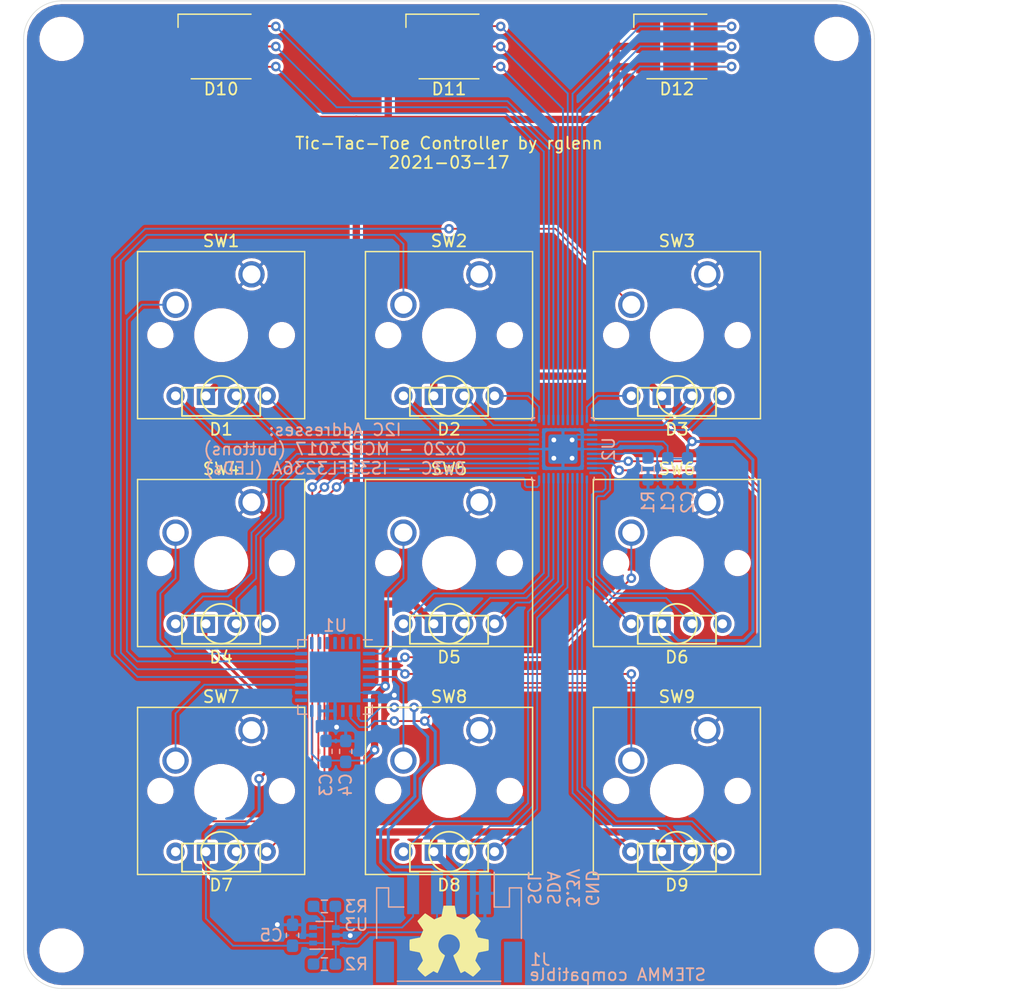
<source format=kicad_pcb>
(kicad_pcb (version 20171130) (host pcbnew "(5.1.9)-1")
  (layers (0 F.Cu signal) (31 B.Cu signal) (34 B.Paste user) (35 F.Paste user) (36 B.SilkS user) (37 F.SilkS user) (38 B.Mask user) (39 F.Mask user) (44 Edge.Cuts user))
  (net 0 "")
  (net 1 GND)
  (net 2 +3V3)
  (net 3 /SDA)
  (net 4 /SCL)
  (net 5 /SW1_B)
  (net 6 /SW1_G)
  (net 7 /SW1_R)
  (net 8 /SW2_R)
  (net 9 /SW2_G)
  (net 10 /SW2_B)
  (net 11 /SW3_B)
  (net 12 /SW3_G)
  (net 13 /SW3_R)
  (net 14 /SW4_B)
  (net 15 /SW4_G)
  (net 16 /SW4_R)
  (net 17 /SW5_B)
  (net 18 /SW5_G)
  (net 19 /SW5_R)
  (net 20 /SW6_R)
  (net 21 /SW6_G)
  (net 22 /SW6_B)
  (net 23 /SW7_B)
  (net 24 /SW7_G)
  (net 25 /SW7_R)
  (net 26 /SW8_R)
  (net 27 /SW8_G)
  (net 28 /SW8_B)
  (net 29 /SW9_R)
  (net 30 /SW9_G)
  (net 31 /SW9_B)
  (net 32 /SW1)
  (net 33 /SW2)
  (net 34 /SW3)
  (net 35 /SW4)
  (net 36 /SW5)
  (net 37 /SW6)
  (net 38 /SW7)
  (net 39 /SW8)
  (net 40 /SW9)
  (net 41 "Net-(R1-Pad1)")
  (net 42 /LOGO1_G)
  (net 43 /LOGO1_B)
  (net 44 /LOGO1_R)
  (net 45 /LOGO2_R)
  (net 46 /LOGO2_B)
  (net 47 /LOGO2_G)
  (net 48 /LOGO3_G)
  (net 49 /LOGO3_B)
  (net 50 /LOGO3_R)
  (module Symbol:OSHW-Symbol_6.7x6mm_SilkScreen (layer F.Cu) (at 130.81 140.843)
    (fp_text reference REF** hide)
    (fp_text value OSHW-Symbol_6.7x6mm_SilkScreen hide)
  )
  (module is31fl3236a:QFN-44-1EP_5x5mm_P0.4mm_EP2.45x2.45mm (layer B.Cu) (at 140.335 99.695 90)
    (fp_text reference U2 (at 0 3.82 270) (layer B.SilkS) (effects (justify mirror)))
    (fp_text value IS31FL3236A)
    (pad 44 smd roundrect (at -2 2.5375 90) (size 0.2 0.675) (layers B.Cu B.Paste B.Mask) (net 21 /SW6_G))
    (pad 43 smd roundrect (at -1.6 2.4375 90) (size 0.2 0.875) (layers B.Cu B.Paste B.Mask) (net 22 /SW6_B))
    (pad 42 smd roundrect (at -1.2 2.4375 90) (size 0.2 0.875) (layers B.Cu B.Paste B.Mask) (net 4 /SCL))
    (pad 41 smd roundrect (at -0.8 2.4375 90) (size 0.2 0.875) (layers B.Cu B.Paste B.Mask) (net 3 /SDA))
    (pad 40 smd roundrect (at -0.4 2.4375 90) (size 0.2 0.875) (layers B.Cu B.Paste B.Mask) (net 41 "Net-(R1-Pad1)"))
    (pad 39 smd roundrect (at 0 2.4375 90) (size 0.2 0.875) (layers B.Cu B.Paste B.Mask) (net 1 GND))
    (pad 38 smd roundrect (at 0.4 2.4375 90) (size 0.2 0.875) (layers B.Cu B.Paste B.Mask) (net 2 +3V3))
    (pad 37 smd roundrect (at 0.8 2.4375 90) (size 0.2 0.875) (layers B.Cu B.Paste B.Mask) (net 1 GND))
    (pad 36 smd roundrect (at 1.2 2.4375 90) (size 0.2 0.875) (layers B.Cu B.Paste B.Mask) (net 1 GND))
    (pad 35 smd roundrect (at 1.6 2.4375 90) (size 0.2 0.875) (layers B.Cu B.Paste B.Mask) (net 11 /SW3_B))
    (pad 34 smd roundrect (at 2 2.5375 90) (size 0.2 0.675) (layers B.Cu B.Paste B.Mask) (net 12 /SW3_G))
    (pad 33 smd roundrect (at 2.5375 2 90) (size 0.675 0.2) (layers B.Cu B.Paste B.Mask) (net 13 /SW3_R))
    (pad 32 smd roundrect (at 2.4375 1.6 90) (size 0.875 0.2) (layers B.Cu B.Paste B.Mask) (net 49 /LOGO3_B))
    (pad 31 smd roundrect (at 2.4375 1.2 90) (size 0.875 0.2) (layers B.Cu B.Paste B.Mask) (net 48 /LOGO3_G))
    (pad 30 smd roundrect (at 2.4375 0.8 90) (size 0.875 0.2) (layers B.Cu B.Paste B.Mask) (net 50 /LOGO3_R))
    (pad 29 smd roundrect (at 2.4375 0.4 90) (size 0.875 0.2) (layers B.Cu B.Paste B.Mask) (net 45 /LOGO2_R))
    (pad 28 smd roundrect (at 2.4375 0 90) (size 0.875 0.2) (layers B.Cu B.Paste B.Mask) (net 47 /LOGO2_G))
    (pad 27 smd roundrect (at 2.4375 -0.4 90) (size 0.875 0.2) (layers B.Cu B.Paste B.Mask) (net 46 /LOGO2_B))
    (pad 26 smd roundrect (at 2.4375 -0.8 90) (size 0.875 0.2) (layers B.Cu B.Paste B.Mask) (net 44 /LOGO1_R))
    (pad 25 smd roundrect (at 2.4375 -1.2 90) (size 0.875 0.2) (layers B.Cu B.Paste B.Mask) (net 42 /LOGO1_G))
    (pad 24 smd roundrect (at 2.4375 -1.6 90) (size 0.875 0.2) (layers B.Cu B.Paste B.Mask) (net 43 /LOGO1_B))
    (pad 23 smd roundrect (at 2.5375 -2 90) (size 0.675 0.2) (layers B.Cu B.Paste B.Mask) (net 10 /SW2_B))
    (pad 22 smd roundrect (at 2 -2.5375 90) (size 0.2 0.675) (layers B.Cu B.Paste B.Mask) (net 9 /SW2_G))
    (pad 21 smd roundrect (at 1.6 -2.4375 90) (size 0.2 0.875) (layers B.Cu B.Paste B.Mask) (net 8 /SW2_R))
    (pad 20 smd roundrect (at 1.2 -2.4375 90) (size 0.2 0.875) (layers B.Cu B.Paste B.Mask) (net 5 /SW1_B))
    (pad 19 smd roundrect (at 0.8 -2.4375 90) (size 0.2 0.875) (layers B.Cu B.Paste B.Mask) (net 6 /SW1_G))
    (pad 18 smd roundrect (at 0.4 -2.4375 90) (size 0.2 0.875) (layers B.Cu B.Paste B.Mask) (net 7 /SW1_R))
    (pad 17 smd roundrect (at 0 -2.4375 90) (size 0.2 0.875) (layers B.Cu B.Paste B.Mask) (net 1 GND))
    (pad 16 smd roundrect (at -0.4 -2.4375 90) (size 0.2 0.875) (layers B.Cu B.Paste B.Mask) (net 16 /SW4_R))
    (pad 15 smd roundrect (at -0.8 -2.4375 90) (size 0.2 0.875) (layers B.Cu B.Paste B.Mask) (net 15 /SW4_G))
    (pad 14 smd roundrect (at -1.2 -2.4375 90) (size 0.2 0.875) (layers B.Cu B.Paste B.Mask) (net 14 /SW4_B))
    (pad 13 smd roundrect (at -1.6 -2.4375 90) (size 0.2 0.875) (layers B.Cu B.Paste B.Mask) (net 25 /SW7_R))
    (pad 12 smd roundrect (at -2 -2.5375 90) (size 0.2 0.675) (layers B.Cu B.Paste B.Mask) (net 24 /SW7_G))
    (pad 11 smd roundrect (at -2.5375 -2 90) (size 0.675 0.2) (layers B.Cu B.Paste B.Mask) (net 23 /SW7_B))
    (pad 10 smd roundrect (at -2.4375 -1.6 90) (size 0.875 0.2) (layers B.Cu B.Paste B.Mask) (net 19 /SW5_R))
    (pad 9 smd roundrect (at -2.4375 -1.2 90) (size 0.875 0.2) (layers B.Cu B.Paste B.Mask) (net 18 /SW5_G))
    (pad 8 smd roundrect (at -2.4375 -0.8 90) (size 0.875 0.2) (layers B.Cu B.Paste B.Mask) (net 17 /SW5_B))
    (pad 7 smd roundrect (at -2.4375 -0.4 90) (size 0.875 0.2) (layers B.Cu B.Paste B.Mask) (net 26 /SW8_R))
    (pad 6 smd roundrect (at -2.4375 0 90) (size 0.875 0.2) (layers B.Cu B.Paste B.Mask) (net 27 /SW8_G))
    (pad 5 smd roundrect (at -2.4375 0.4 90) (size 0.875 0.2) (layers B.Cu B.Paste B.Mask) (net 28 /SW8_B))
    (pad 4 smd roundrect (at -2.4375 0.8 90) (size 0.875 0.2) (layers B.Cu B.Paste B.Mask) (net 29 /SW9_R))
    (pad 3 smd roundrect (at -2.4375 1.2 90) (size 0.875 0.2) (layers B.Cu B.Paste B.Mask) (net 30 /SW9_G))
    (pad 2 smd roundrect (at -2.4375 1.6 90) (size 0.875 0.2) (layers B.Cu B.Paste B.Mask) (net 31 /SW9_B))
    (pad 1 smd roundrect (at -2.5375 2 90) (size 0.675 0.2) (layers B.Cu B.Paste B.Mask) (net 20 /SW6_R))
    (pad 45 smd roundrect (at 0 0 90) (size 2.45 2.45) (layers B.Cu B.Mask) (roundrect_rratio 0.102041) (net 1 GND))
  )
  (module is31fl3236a:LED-6526-RGB (layer F.Cu) (at 111.76 133.35 180)
    (fp_text reference D7 (at 0 -2.794) (layer F.SilkS))
    (fp_text value LED_RAGB)
    (pad 2 thru_hole rect (at 1.27 0 180) (size 1.524 1.524) (drill 0.762) (layers *.Cu *.Mask) (net 2 +3V3))
    (pad 3 thru_hole circle (at -1.27 0 180) (size 1.524 1.524) (drill 0.762) (layers *.Cu *.Mask) (net 24 /SW7_G))
    (pad 4 thru_hole circle (at -3.81 0 180) (size 1.524 1.524) (drill 0.762) (layers *.Cu *.Mask) (net 23 /SW7_B))
    (pad 1 thru_hole circle (at 3.81 0 180) (size 1.524 1.524) (drill 0.762) (layers *.Cu *.Mask) (net 25 /SW7_R))
  )
  (module is31fl3236a:LED-6526-RGB (layer F.Cu) (at 130.81 133.35 180)
    (fp_text reference D8 (at 0 -2.794) (layer F.SilkS))
    (fp_text value LED_RAGB)
    (pad 1 thru_hole circle (at 3.81 0 180) (size 1.524 1.524) (drill 0.762) (layers *.Cu *.Mask) (net 26 /SW8_R))
    (pad 4 thru_hole circle (at -3.81 0 180) (size 1.524 1.524) (drill 0.762) (layers *.Cu *.Mask) (net 28 /SW8_B))
    (pad 3 thru_hole circle (at -1.27 0 180) (size 1.524 1.524) (drill 0.762) (layers *.Cu *.Mask) (net 27 /SW8_G))
    (pad 2 thru_hole rect (at 1.27 0 180) (size 1.524 1.524) (drill 0.762) (layers *.Cu *.Mask) (net 2 +3V3))
  )
  (module is31fl3236a:LED-6526-RGB (layer F.Cu) (at 149.86 95.25 180)
    (fp_text reference D3 (at 0 -2.794) (layer F.SilkS))
    (fp_text value LED_RAGB)
    (pad 2 thru_hole rect (at 1.27 0 180) (size 1.524 1.524) (drill 0.762) (layers *.Cu *.Mask) (net 2 +3V3))
    (pad 3 thru_hole circle (at -1.27 0 180) (size 1.524 1.524) (drill 0.762) (layers *.Cu *.Mask) (net 12 /SW3_G))
    (pad 4 thru_hole circle (at -3.81 0 180) (size 1.524 1.524) (drill 0.762) (layers *.Cu *.Mask) (net 11 /SW3_B))
    (pad 1 thru_hole circle (at 3.81 0 180) (size 1.524 1.524) (drill 0.762) (layers *.Cu *.Mask) (net 13 /SW3_R))
  )
  (module is31fl3236a:LED-6526-RGB (layer F.Cu) (at 149.86 114.3 180)
    (fp_text reference D6 (at 0 -2.794) (layer F.SilkS))
    (fp_text value LED_RAGB)
    (pad 1 thru_hole circle (at 3.81 0 180) (size 1.524 1.524) (drill 0.762) (layers *.Cu *.Mask) (net 20 /SW6_R))
    (pad 4 thru_hole circle (at -3.81 0 180) (size 1.524 1.524) (drill 0.762) (layers *.Cu *.Mask) (net 22 /SW6_B))
    (pad 3 thru_hole circle (at -1.27 0 180) (size 1.524 1.524) (drill 0.762) (layers *.Cu *.Mask) (net 21 /SW6_G))
    (pad 2 thru_hole rect (at 1.27 0 180) (size 1.524 1.524) (drill 0.762) (layers *.Cu *.Mask) (net 2 +3V3))
  )
  (module is31fl3236a:LED-6526-RGB (layer F.Cu) (at 149.86 133.35 180)
    (fp_text reference D9 (at 0 -2.794) (layer F.SilkS))
    (fp_text value LED_RAGB)
    (pad 2 thru_hole rect (at 1.27 0 180) (size 1.524 1.524) (drill 0.762) (layers *.Cu *.Mask) (net 2 +3V3))
    (pad 3 thru_hole circle (at -1.27 0 180) (size 1.524 1.524) (drill 0.762) (layers *.Cu *.Mask) (net 30 /SW9_G))
    (pad 4 thru_hole circle (at -3.81 0 180) (size 1.524 1.524) (drill 0.762) (layers *.Cu *.Mask) (net 31 /SW9_B))
    (pad 1 thru_hole circle (at 3.81 0 180) (size 1.524 1.524) (drill 0.762) (layers *.Cu *.Mask) (net 29 /SW9_R))
  )
  (module is31fl3236a:LED-6526-RGB (layer F.Cu) (at 130.81 114.3 180)
    (fp_text reference D5 (at 0 -2.794) (layer F.SilkS))
    (fp_text value LED_RAGB)
    (pad 2 thru_hole rect (at 1.27 0 180) (size 1.524 1.524) (drill 0.762) (layers *.Cu *.Mask) (net 2 +3V3))
    (pad 3 thru_hole circle (at -1.27 0 180) (size 1.524 1.524) (drill 0.762) (layers *.Cu *.Mask) (net 18 /SW5_G))
    (pad 4 thru_hole circle (at -3.81 0 180) (size 1.524 1.524) (drill 0.762) (layers *.Cu *.Mask) (net 17 /SW5_B))
    (pad 1 thru_hole circle (at 3.81 0 180) (size 1.524 1.524) (drill 0.762) (layers *.Cu *.Mask) (net 19 /SW5_R))
  )
  (module is31fl3236a:LED-6526-RGB (layer F.Cu) (at 111.76 95.25 180)
    (fp_text reference D1 (at 0 -2.794) (layer F.SilkS))
    (fp_text value LED_RAGB)
    (pad 2 thru_hole rect (at 1.27 0 180) (size 1.524 1.524) (drill 0.762) (layers *.Cu *.Mask) (net 2 +3V3))
    (pad 3 thru_hole circle (at -1.27 0 180) (size 1.524 1.524) (drill 0.762) (layers *.Cu *.Mask) (net 6 /SW1_G))
    (pad 4 thru_hole circle (at -3.81 0 180) (size 1.524 1.524) (drill 0.762) (layers *.Cu *.Mask) (net 5 /SW1_B))
    (pad 1 thru_hole circle (at 3.81 0 180) (size 1.524 1.524) (drill 0.762) (layers *.Cu *.Mask) (net 7 /SW1_R))
  )
  (module is31fl3236a:LED-6526-RGB (layer F.Cu) (at 130.81 95.25 180)
    (fp_text reference D2 (at 0 -2.794) (layer F.SilkS))
    (fp_text value LED_RAGB)
    (pad 1 thru_hole circle (at 3.81 0 180) (size 1.524 1.524) (drill 0.762) (layers *.Cu *.Mask) (net 8 /SW2_R))
    (pad 4 thru_hole circle (at -3.81 0 180) (size 1.524 1.524) (drill 0.762) (layers *.Cu *.Mask) (net 10 /SW2_B))
    (pad 3 thru_hole circle (at -1.27 0 180) (size 1.524 1.524) (drill 0.762) (layers *.Cu *.Mask) (net 9 /SW2_G))
    (pad 2 thru_hole rect (at 1.27 0 180) (size 1.524 1.524) (drill 0.762) (layers *.Cu *.Mask) (net 2 +3V3))
  )
  (module is31fl3236a:LED-6526-RGB (layer F.Cu) (at 111.76 114.3 180)
    (fp_text reference D4 (at 0 -2.794) (layer F.SilkS))
    (fp_text value LED_RAGB)
    (pad 1 thru_hole circle (at 3.81 0 180) (size 1.524 1.524) (drill 0.762) (layers *.Cu *.Mask) (net 16 /SW4_R))
    (pad 4 thru_hole circle (at -3.81 0 180) (size 1.524 1.524) (drill 0.762) (layers *.Cu *.Mask) (net 14 /SW4_B))
    (pad 3 thru_hole circle (at -1.27 0 180) (size 1.524 1.524) (drill 0.762) (layers *.Cu *.Mask) (net 15 /SW4_G))
    (pad 2 thru_hole rect (at 1.27 0 180) (size 1.524 1.524) (drill 0.762) (layers *.Cu *.Mask) (net 2 +3V3))
  )
  (module Connectors_JST:JST_PH_S4B-PH-SM4-TB_04x2.00mm_Angled (layer B.Cu) (at 130.81 139.7 180)
    (fp_text reference J1 (at -7.62 -2.667) (layer B.SilkS) (effects (justify mirror)))
    (fp_text value Conn_01x04)
    (pad 1 smd rect (at -3 2.875 180) (size 1 3.5) (layers B.Cu B.Paste B.Mask) (net 1 GND))
    (pad 2 smd rect (at -1 2.875 180) (size 1 3.5) (layers B.Cu B.Paste B.Mask) (net 2 +3V3))
    (pad 3 smd rect (at 1 2.875 180) (size 1 3.5) (layers B.Cu B.Paste B.Mask) (net 3 /SDA))
    (pad 4 smd rect (at 3 2.875 180) (size 1 3.5) (layers B.Cu B.Paste B.Mask) (net 4 /SCL))
    (pad "" smd rect (at -5.35 -2.875 180) (size 1.5 3.4) (layers B.Cu B.Paste B.Mask))
    (pad "" smd rect (at 5.35 -2.875 180) (size 1.5 3.4) (layers B.Cu B.Paste B.Mask))
  )
  (module Button_Switch_Keyboard:SW_Cherry_MX_1.00u_PCB (layer F.Cu) (at 114.3 85.09)
    (fp_text reference SW1 (at -2.54 -2.794) (layer F.SilkS))
    (fp_text value SW_Push)
    (pad 1 thru_hole circle (at 0 0) (size 2.2 2.2) (drill 1.5) (layers *.Cu *.Mask) (net 1 GND))
    (pad 2 thru_hole circle (at -6.35 2.54) (size 2.2 2.2) (drill 1.5) (layers *.Cu *.Mask) (net 32 /SW1))
    (pad "" np_thru_hole circle (at -2.54 5.08) (size 4 4) (drill 4) (layers *.Cu *.Mask))
    (pad "" np_thru_hole circle (at -7.62 5.08) (size 1.7 1.7) (drill 1.7) (layers *.Cu *.Mask))
    (pad "" np_thru_hole circle (at 2.54 5.08) (size 1.7 1.7) (drill 1.7) (layers *.Cu *.Mask))
  )
  (module Button_Switch_Keyboard:SW_Cherry_MX_1.00u_PCB (layer F.Cu) (at 133.35 85.09)
    (fp_text reference SW2 (at -2.54 -2.794) (layer F.SilkS))
    (fp_text value SW_Push)
    (pad 1 thru_hole circle (at 0 0) (size 2.2 2.2) (drill 1.5) (layers *.Cu *.Mask) (net 1 GND))
    (pad 2 thru_hole circle (at -6.35 2.54) (size 2.2 2.2) (drill 1.5) (layers *.Cu *.Mask) (net 33 /SW2))
    (pad "" np_thru_hole circle (at -2.54 5.08) (size 4 4) (drill 4) (layers *.Cu *.Mask))
    (pad "" np_thru_hole circle (at -7.62 5.08) (size 1.7 1.7) (drill 1.7) (layers *.Cu *.Mask))
    (pad "" np_thru_hole circle (at 2.54 5.08) (size 1.7 1.7) (drill 1.7) (layers *.Cu *.Mask))
  )
  (module Button_Switch_Keyboard:SW_Cherry_MX_1.00u_PCB (layer F.Cu) (at 152.4 85.09)
    (fp_text reference SW3 (at -2.54 -2.794) (layer F.SilkS))
    (fp_text value SW_Push)
    (pad "" np_thru_hole circle (at 2.54 5.08) (size 1.7 1.7) (drill 1.7) (layers *.Cu *.Mask))
    (pad "" np_thru_hole circle (at -7.62 5.08) (size 1.7 1.7) (drill 1.7) (layers *.Cu *.Mask))
    (pad "" np_thru_hole circle (at -2.54 5.08) (size 4 4) (drill 4) (layers *.Cu *.Mask))
    (pad 2 thru_hole circle (at -6.35 2.54) (size 2.2 2.2) (drill 1.5) (layers *.Cu *.Mask) (net 34 /SW3))
    (pad 1 thru_hole circle (at 0 0) (size 2.2 2.2) (drill 1.5) (layers *.Cu *.Mask) (net 1 GND))
  )
  (module Button_Switch_Keyboard:SW_Cherry_MX_1.00u_PCB (layer F.Cu) (at 114.3 104.14)
    (fp_text reference SW4 (at -2.54 -2.794) (layer F.SilkS))
    (fp_text value SW_Push)
    (pad 1 thru_hole circle (at 0 0) (size 2.2 2.2) (drill 1.5) (layers *.Cu *.Mask) (net 1 GND))
    (pad 2 thru_hole circle (at -6.35 2.54) (size 2.2 2.2) (drill 1.5) (layers *.Cu *.Mask) (net 35 /SW4))
    (pad "" np_thru_hole circle (at -2.54 5.08) (size 4 4) (drill 4) (layers *.Cu *.Mask))
    (pad "" np_thru_hole circle (at -7.62 5.08) (size 1.7 1.7) (drill 1.7) (layers *.Cu *.Mask))
    (pad "" np_thru_hole circle (at 2.54 5.08) (size 1.7 1.7) (drill 1.7) (layers *.Cu *.Mask))
  )
  (module Button_Switch_Keyboard:SW_Cherry_MX_1.00u_PCB (layer F.Cu) (at 133.35 104.14)
    (fp_text reference SW5 (at -2.54 -2.794) (layer F.SilkS))
    (fp_text value SW_Push)
    (pad "" np_thru_hole circle (at 2.54 5.08) (size 1.7 1.7) (drill 1.7) (layers *.Cu *.Mask))
    (pad "" np_thru_hole circle (at -7.62 5.08) (size 1.7 1.7) (drill 1.7) (layers *.Cu *.Mask))
    (pad "" np_thru_hole circle (at -2.54 5.08) (size 4 4) (drill 4) (layers *.Cu *.Mask))
    (pad 2 thru_hole circle (at -6.35 2.54) (size 2.2 2.2) (drill 1.5) (layers *.Cu *.Mask) (net 36 /SW5))
    (pad 1 thru_hole circle (at 0 0) (size 2.2 2.2) (drill 1.5) (layers *.Cu *.Mask) (net 1 GND))
  )
  (module Button_Switch_Keyboard:SW_Cherry_MX_1.00u_PCB (layer F.Cu) (at 152.4 104.14)
    (fp_text reference SW6 (at -2.54 -2.794) (layer F.SilkS))
    (fp_text value SW_Push)
    (pad 1 thru_hole circle (at 0 0) (size 2.2 2.2) (drill 1.5) (layers *.Cu *.Mask) (net 1 GND))
    (pad 2 thru_hole circle (at -6.35 2.54) (size 2.2 2.2) (drill 1.5) (layers *.Cu *.Mask) (net 37 /SW6))
    (pad "" np_thru_hole circle (at -2.54 5.08) (size 4 4) (drill 4) (layers *.Cu *.Mask))
    (pad "" np_thru_hole circle (at -7.62 5.08) (size 1.7 1.7) (drill 1.7) (layers *.Cu *.Mask))
    (pad "" np_thru_hole circle (at 2.54 5.08) (size 1.7 1.7) (drill 1.7) (layers *.Cu *.Mask))
  )
  (module Button_Switch_Keyboard:SW_Cherry_MX_1.00u_PCB (layer F.Cu) (at 114.3 123.19)
    (fp_text reference SW7 (at -2.54 -2.794) (layer F.SilkS))
    (fp_text value SW_Push)
    (pad "" np_thru_hole circle (at 2.54 5.08) (size 1.7 1.7) (drill 1.7) (layers *.Cu *.Mask))
    (pad "" np_thru_hole circle (at -7.62 5.08) (size 1.7 1.7) (drill 1.7) (layers *.Cu *.Mask))
    (pad "" np_thru_hole circle (at -2.54 5.08) (size 4 4) (drill 4) (layers *.Cu *.Mask))
    (pad 2 thru_hole circle (at -6.35 2.54) (size 2.2 2.2) (drill 1.5) (layers *.Cu *.Mask) (net 38 /SW7))
    (pad 1 thru_hole circle (at 0 0) (size 2.2 2.2) (drill 1.5) (layers *.Cu *.Mask) (net 1 GND))
  )
  (module Button_Switch_Keyboard:SW_Cherry_MX_1.00u_PCB (layer F.Cu) (at 133.35 123.19)
    (fp_text reference SW8 (at -2.54 -2.794) (layer F.SilkS))
    (fp_text value SW_Push)
    (pad 1 thru_hole circle (at 0 0) (size 2.2 2.2) (drill 1.5) (layers *.Cu *.Mask) (net 1 GND))
    (pad 2 thru_hole circle (at -6.35 2.54) (size 2.2 2.2) (drill 1.5) (layers *.Cu *.Mask) (net 39 /SW8))
    (pad "" np_thru_hole circle (at -2.54 5.08) (size 4 4) (drill 4) (layers *.Cu *.Mask))
    (pad "" np_thru_hole circle (at -7.62 5.08) (size 1.7 1.7) (drill 1.7) (layers *.Cu *.Mask))
    (pad "" np_thru_hole circle (at 2.54 5.08) (size 1.7 1.7) (drill 1.7) (layers *.Cu *.Mask))
  )
  (module Button_Switch_Keyboard:SW_Cherry_MX_1.00u_PCB (layer F.Cu) (at 152.4 123.19)
    (fp_text reference SW9 (at -2.54 -2.794) (layer F.SilkS))
    (fp_text value SW_Push)
    (pad "" np_thru_hole circle (at 2.54 5.08) (size 1.7 1.7) (drill 1.7) (layers *.Cu *.Mask))
    (pad "" np_thru_hole circle (at -7.62 5.08) (size 1.7 1.7) (drill 1.7) (layers *.Cu *.Mask))
    (pad "" np_thru_hole circle (at -2.54 5.08) (size 4 4) (drill 4) (layers *.Cu *.Mask))
    (pad 2 thru_hole circle (at -6.35 2.54) (size 2.2 2.2) (drill 1.5) (layers *.Cu *.Mask) (net 40 /SW9))
    (pad 1 thru_hole circle (at 0 0) (size 2.2 2.2) (drill 1.5) (layers *.Cu *.Mask) (net 1 GND))
  )
  (module Package_DFN_QFN:QFN-28-1EP_6x6mm_P0.65mm_EP4.25x4.25mm (layer B.Cu) (at 121.285 118.745 180)
    (fp_text reference U1 (at 0 4.3 180) (layer B.SilkS) (effects (justify mirror)))
    (fp_text value MCP23017_ML)
    (pad 1 smd roundrect (at -2.8375 1.95 180) (size 1.025 0.3) (layers B.Cu B.Paste B.Mask) (net 36 /SW5))
    (pad 2 smd roundrect (at -2.8375 1.3 180) (size 1.025 0.3) (layers B.Cu B.Paste B.Mask) (net 37 /SW6))
    (pad 3 smd roundrect (at -2.8375 0.65 180) (size 1.025 0.3) (layers B.Cu B.Paste B.Mask) (net 40 /SW9))
    (pad 4 smd roundrect (at -2.8375 0 180) (size 1.025 0.3) (layers B.Cu B.Paste B.Mask) (net 39 /SW8))
    (pad 5 smd roundrect (at -2.8375 -0.65 180) (size 1.025 0.3) (layers B.Cu B.Paste B.Mask) (net 2 +3V3))
    (pad 6 smd roundrect (at -2.8375 -1.3 180) (size 1.025 0.3) (layers B.Cu B.Paste B.Mask) (net 1 GND))
    (pad 7 smd roundrect (at -2.8375 -1.95 180) (size 1.025 0.3) (layers B.Cu B.Paste B.Mask))
    (pad 8 smd roundrect (at -1.95 -2.8375 180) (size 0.3 1.025) (layers B.Cu B.Paste B.Mask) (net 4 /SCL))
    (pad 9 smd roundrect (at -1.3 -2.8375 180) (size 0.3 1.025) (layers B.Cu B.Paste B.Mask) (net 3 /SDA))
    (pad 10 smd roundrect (at -0.65 -2.8375 180) (size 0.3 1.025) (layers B.Cu B.Paste B.Mask))
    (pad 11 smd roundrect (at 0 -2.8375 180) (size 0.3 1.025) (layers B.Cu B.Paste B.Mask) (net 1 GND))
    (pad 12 smd roundrect (at 0.65 -2.8375 180) (size 0.3 1.025) (layers B.Cu B.Paste B.Mask) (net 1 GND))
    (pad 13 smd roundrect (at 1.3 -2.8375 180) (size 0.3 1.025) (layers B.Cu B.Paste B.Mask) (net 1 GND))
    (pad 14 smd roundrect (at 1.95 -2.8375 180) (size 0.3 1.025) (layers B.Cu B.Paste B.Mask) (net 2 +3V3))
    (pad 15 smd roundrect (at 2.8375 -1.95 180) (size 1.025 0.3) (layers B.Cu B.Paste B.Mask))
    (pad 16 smd roundrect (at 2.8375 -1.3 180) (size 1.025 0.3) (layers B.Cu B.Paste B.Mask))
    (pad 17 smd roundrect (at 2.8375 -0.65 180) (size 1.025 0.3) (layers B.Cu B.Paste B.Mask) (net 38 /SW7))
    (pad 18 smd roundrect (at 2.8375 0 180) (size 1.025 0.3) (layers B.Cu B.Paste B.Mask) (net 34 /SW3))
    (pad 19 smd roundrect (at 2.8375 0.65 180) (size 1.025 0.3) (layers B.Cu B.Paste B.Mask) (net 33 /SW2))
    (pad 20 smd roundrect (at 2.8375 1.3 180) (size 1.025 0.3) (layers B.Cu B.Paste B.Mask) (net 32 /SW1))
    (pad 21 smd roundrect (at 2.8375 1.95 180) (size 1.025 0.3) (layers B.Cu B.Paste B.Mask) (net 35 /SW4))
    (pad 22 smd roundrect (at 1.95 2.8375 180) (size 0.3 1.025) (layers B.Cu B.Paste B.Mask))
    (pad 23 smd roundrect (at 1.3 2.8375 180) (size 0.3 1.025) (layers B.Cu B.Paste B.Mask))
    (pad 24 smd roundrect (at 0.65 2.8375 180) (size 0.3 1.025) (layers B.Cu B.Paste B.Mask))
    (pad 25 smd roundrect (at 0 2.8375 180) (size 0.3 1.025) (layers B.Cu B.Paste B.Mask))
    (pad 26 smd roundrect (at -0.65 2.8375 180) (size 0.3 1.025) (layers B.Cu B.Paste B.Mask))
    (pad 27 smd roundrect (at -1.3 2.8375 180) (size 0.3 1.025) (layers B.Cu B.Paste B.Mask))
    (pad 28 smd roundrect (at -1.95 2.8375 180) (size 0.3 1.025) (layers B.Cu B.Paste B.Mask))
    (pad 29 smd rect (at 0 0 180) (size 4.25 4.25) (layers B.Cu B.Mask) (net 1 GND))
  )
  (module MountingHole:MountingHole_3.2mm_M3_DIN965 (layer F.Cu) (at 98.425 65.405)
    (fp_text reference H1 hide)
    (fp_text value MountingHole)
    (pad 1 np_thru_hole circle (at 0 0) (size 3.2 3.2) (drill 3.2) (layers *.Cu *.Mask))
  )
  (module MountingHole:MountingHole_3.2mm_M3_DIN965 (layer F.Cu) (at 163.195 65.405)
    (fp_text reference H2 hide)
    (fp_text value MountingHole)
    (pad 1 np_thru_hole circle (at 0 0) (size 3.2 3.2) (drill 3.2) (layers *.Cu *.Mask))
  )
  (module MountingHole:MountingHole_3.2mm_M3_DIN965 (layer F.Cu) (at 98.425 141.605)
    (fp_text reference H3 hide)
    (fp_text value MountingHole)
    (pad 1 np_thru_hole circle (at 0 0) (size 3.2 3.2) (drill 3.2) (layers *.Cu *.Mask))
  )
  (module MountingHole:MountingHole_3.2mm_M3_DIN965 (layer F.Cu) (at 163.195 141.605)
    (fp_text reference H4 hide)
    (fp_text value MountingHole)
    (pad 1 np_thru_hole circle (at 0 0) (size 3.2 3.2) (drill 3.2) (layers *.Cu *.Mask))
  )
  (module Resistor_SMD:R_0603_1608Metric_Pad0.98x0.95mm_HandSolder (layer B.Cu) (at 147.447 101.346 270)
    (fp_text reference R1 (at 2.794 0 90) (layer B.SilkS) (effects (justify mirror)))
    (fp_text value 3.3K)
    (pad 1 smd roundrect (at -0.9125 0 270) (size 0.975 0.95) (layers B.Cu B.Paste B.Mask) (net 41 "Net-(R1-Pad1)"))
    (pad 2 smd roundrect (at 0.9125 0 270) (size 0.975 0.95) (layers B.Cu B.Paste B.Mask) (net 1 GND))
  )
  (module Capacitor_SMD:C_0603_1608Metric_Pad1.05x0.95mm_HandSolder (layer B.Cu) (at 149.098 101.346 270)
    (fp_text reference C1 (at 2.794 0 90) (layer B.SilkS) (effects (justify mirror)))
    (fp_text value 100n)
    (pad 1 smd roundrect (at -0.875 0 270) (size 1.05 0.95) (layers B.Cu B.Paste B.Mask) (net 2 +3V3))
    (pad 2 smd roundrect (at 0.875 0 270) (size 1.05 0.95) (layers B.Cu B.Paste B.Mask) (net 1 GND))
  )
  (module Capacitor_SMD:C_0603_1608Metric_Pad1.05x0.95mm_HandSolder (layer B.Cu) (at 150.749 101.346 270)
    (fp_text reference C2 (at 2.794 0 90) (layer B.SilkS) (effects (justify mirror)))
    (fp_text value 1u)
    (pad 2 smd roundrect (at 0.875 0 270) (size 1.05 0.95) (layers B.Cu B.Paste B.Mask) (net 1 GND))
    (pad 1 smd roundrect (at -0.875 0 270) (size 1.05 0.95) (layers B.Cu B.Paste B.Mask) (net 2 +3V3))
  )
  (module Capacitor_SMD:C_0603_1608Metric_Pad1.05x0.95mm_HandSolder (layer B.Cu) (at 120.523 124.968 90)
    (fp_text reference C3 (at -2.794 0 90) (layer B.SilkS) (effects (justify mirror)))
    (fp_text value 100n)
    (pad 1 smd roundrect (at -0.875 0 90) (size 1.05 0.95) (layers B.Cu B.Paste B.Mask) (net 2 +3V3))
    (pad 2 smd roundrect (at 0.875 0 90) (size 1.05 0.95) (layers B.Cu B.Paste B.Mask) (net 1 GND))
  )
  (module Capacitor_SMD:C_0603_1608Metric_Pad1.05x0.95mm_HandSolder (layer B.Cu) (at 122.174 124.968 90)
    (fp_text reference C4 (at -2.794 0 90) (layer B.SilkS) (effects (justify mirror)))
    (fp_text value 1u)
    (pad 2 smd roundrect (at 0.875 0 90) (size 1.05 0.95) (layers B.Cu B.Paste B.Mask) (net 1 GND))
    (pad 1 smd roundrect (at -0.875 0 90) (size 1.05 0.95) (layers B.Cu B.Paste B.Mask) (net 2 +3V3))
  )
  (module Capacitor_SMD:C_0603_1608Metric_Pad1.05x0.95mm_HandSolder (layer B.Cu) (at 117.729 140.335 90)
    (fp_text reference C5 (at 0 -1.778 180) (layer B.SilkS) (effects (justify mirror)))
    (fp_text value 100n)
    (pad 1 smd roundrect (at -0.875 0 90) (size 1.05 0.95) (layers B.Cu B.Paste B.Mask) (net 2 +3V3))
    (pad 2 smd roundrect (at 0.875 0 90) (size 1.05 0.95) (layers B.Cu B.Paste B.Mask) (net 1 GND))
  )
  (module Resistor_SMD:R_0603_1608Metric_Pad0.98x0.95mm_HandSolder (layer B.Cu) (at 120.396 142.748)
    (fp_text reference R2 (at 2.667 0) (layer B.SilkS) (effects (justify mirror)))
    (fp_text value 10K)
    (pad 2 smd roundrect (at 0.9125 0) (size 0.975 0.95) (layers B.Cu B.Paste B.Mask) (net 3 /SDA))
    (pad 1 smd roundrect (at -0.9125 0) (size 0.975 0.95) (layers B.Cu B.Paste B.Mask) (net 2 +3V3))
  )
  (module Resistor_SMD:R_0603_1608Metric_Pad0.98x0.95mm_HandSolder (layer B.Cu) (at 120.396 137.922)
    (fp_text reference R3 (at 2.667 0) (layer B.SilkS) (effects (justify mirror)))
    (fp_text value 10K)
    (pad 1 smd roundrect (at -0.9125 0) (size 0.975 0.95) (layers B.Cu B.Paste B.Mask) (net 2 +3V3))
    (pad 2 smd roundrect (at 0.9125 0) (size 0.975 0.95) (layers B.Cu B.Paste B.Mask) (net 4 /SCL))
  )
  (module Package_TO_SOT_SMD:SOT-363_SC-70-6 (layer B.Cu) (at 120.396 140.335)
    (fp_text reference U3 (at 2.667 -0.889) (layer B.SilkS) (effects (justify mirror)))
    (fp_text value LTC4311CSC)
    (pad 1 smd rect (at -0.95 0.65) (size 0.65 0.4) (layers B.Cu B.Paste B.Mask) (net 2 +3V3))
    (pad 3 smd rect (at -0.95 -0.65) (size 0.65 0.4) (layers B.Cu B.Paste B.Mask) (net 2 +3V3))
    (pad 5 smd rect (at 0.95 0) (size 0.65 0.4) (layers B.Cu B.Paste B.Mask) (net 1 GND))
    (pad 2 smd rect (at -0.95 0) (size 0.65 0.4) (layers B.Cu B.Paste B.Mask) (net 1 GND))
    (pad 4 smd rect (at 0.95 -0.65) (size 0.65 0.4) (layers B.Cu B.Paste B.Mask) (net 4 /SCL))
    (pad 6 smd rect (at 0.95 0.65) (size 0.65 0.4) (layers B.Cu B.Paste B.Mask) (net 3 /SDA))
  )
  (module LED_SMD:LED_RGB_5050-6 (layer F.Cu) (at 111.76 66.04)
    (fp_text reference D10 (at 0 3.556 180) (layer F.SilkS))
    (fp_text value LED_RGB)
    (pad 6 smd rect (at 2.4 -1.7 90) (size 1.1 2) (layers F.Cu F.Paste F.Mask) (net 44 /LOGO1_R))
    (pad 5 smd rect (at 2.4 0 90) (size 1.1 2) (layers F.Cu F.Paste F.Mask) (net 42 /LOGO1_G))
    (pad 4 smd rect (at 2.4 1.7 90) (size 1.1 2) (layers F.Cu F.Paste F.Mask) (net 43 /LOGO1_B))
    (pad 3 smd rect (at -2.4 1.7 90) (size 1.1 2) (layers F.Cu F.Paste F.Mask) (net 2 +3V3))
    (pad 2 smd rect (at -2.4 0 90) (size 1.1 2) (layers F.Cu F.Paste F.Mask) (net 2 +3V3))
    (pad 1 smd rect (at -2.4 -1.7 90) (size 1.1 2) (layers F.Cu F.Paste F.Mask) (net 2 +3V3))
  )
  (module LED_SMD:LED_RGB_5050-6 (layer F.Cu) (at 130.81 66.04)
    (fp_text reference D11 (at 0 3.556 180) (layer F.SilkS))
    (fp_text value LED_RGB)
    (pad 6 smd rect (at 2.4 -1.7 90) (size 1.1 2) (layers F.Cu F.Paste F.Mask) (net 45 /LOGO2_R))
    (pad 5 smd rect (at 2.4 0 90) (size 1.1 2) (layers F.Cu F.Paste F.Mask) (net 47 /LOGO2_G))
    (pad 4 smd rect (at 2.4 1.7 90) (size 1.1 2) (layers F.Cu F.Paste F.Mask) (net 46 /LOGO2_B))
    (pad 3 smd rect (at -2.4 1.7 90) (size 1.1 2) (layers F.Cu F.Paste F.Mask) (net 2 +3V3))
    (pad 2 smd rect (at -2.4 0 90) (size 1.1 2) (layers F.Cu F.Paste F.Mask) (net 2 +3V3))
    (pad 1 smd rect (at -2.4 -1.7 90) (size 1.1 2) (layers F.Cu F.Paste F.Mask) (net 2 +3V3))
  )
  (module LED_SMD:LED_RGB_5050-6 (layer F.Cu) (at 149.86 66.04)
    (fp_text reference D12 (at 0 3.556 180) (layer F.SilkS))
    (fp_text value LED_RGB)
    (pad 6 smd rect (at 2.4 -1.7 90) (size 1.1 2) (layers F.Cu F.Paste F.Mask) (net 50 /LOGO3_R))
    (pad 5 smd rect (at 2.4 0 90) (size 1.1 2) (layers F.Cu F.Paste F.Mask) (net 48 /LOGO3_G))
    (pad 4 smd rect (at 2.4 1.7 90) (size 1.1 2) (layers F.Cu F.Paste F.Mask) (net 49 /LOGO3_B))
    (pad 3 smd rect (at -2.4 1.7 90) (size 1.1 2) (layers F.Cu F.Paste F.Mask) (net 2 +3V3))
    (pad 2 smd rect (at -2.4 0 90) (size 1.1 2) (layers F.Cu F.Paste F.Mask) (net 2 +3V3))
    (pad 1 smd rect (at -2.4 -1.7 90) (size 1.1 2) (layers F.Cu F.Paste F.Mask) (net 2 +3V3))
  )
  (gr_text "GND\n3.3V\nSDA\nSCL" (at 140.335 136.398 270) (layer B.SilkS) (effects (font (size 1 1)) (justify mirror)))
  (gr_text "I2C Addresses:\n0x20 - MCP23017 (buttons)\n0x3C - IS31FL3236A (LEDs)" (at 121.285 99.695) (layer B.SilkS) (effects (font (size 1 1)) (justify mirror)))
  (gr_text "STEMMA compatible" (at 144.907 143.637) (layer B.SilkS) (effects (font (size 1 1)) (justify mirror)))
  (gr_text "Tic-Tac-Toe Controller by rglenn\n2021-03-17" (at 130.81 74.93) (layer F.SilkS) (effects (font (size 1 1))))
  (gr_arc (start 163.195 65.405) (end 166.37 65.405) (angle -90) (layer Edge.Cuts) (width 0.05))
  (gr_arc (start 163.195 141.605) (end 163.195 144.78) (angle -90) (layer Edge.Cuts) (width 0.05))
  (gr_arc (start 98.425 141.605) (end 95.25 141.605) (angle -90) (layer Edge.Cuts) (width 0.05))
  (gr_arc (start 98.425 65.405) (end 98.425 62.23) (angle -90) (layer Edge.Cuts) (width 0.05))
  (gr_line (start 163.195 62.23) (end 98.425 62.23) (layer Edge.Cuts) (width 0.05))
  (gr_line (start 166.37 141.605) (end 166.37 65.405) (layer Edge.Cuts) (width 0.05))
  (gr_line (start 95.25 141.605) (end 95.25 65.405) (layer Edge.Cuts) (width 0.05))
  (gr_line (start 98.425 144.78) (end 163.195 144.78) (layer Edge.Cuts) (width 0.05))
  (segment (start 119.985 120.045) (end 121.285 118.745) (width 0.1524) (layer B.Cu) (net 1))
  (segment (start 119.985 121.5825) (end 119.985 120.045) (width 0.1524) (layer B.Cu) (net 1))
  (segment (start 120.635 119.395) (end 121.285 118.745) (width 0.1524) (layer B.Cu) (net 1))
  (segment (start 120.635 121.5825) (end 120.635 119.395) (width 0.1524) (layer B.Cu) (net 1))
  (segment (start 121.285 121.5825) (end 121.285 118.745) (width 0.1524) (layer B.Cu) (net 1))
  (segment (start 122.585 120.045) (end 121.285 118.745) (width 0.1524) (layer B.Cu) (net 1))
  (segment (start 124.1225 120.045) (end 122.585 120.045) (width 0.1524) (layer B.Cu) (net 1))
  (segment (start 137.8975 99.695) (end 139.36 99.695) (width 0.1524) (layer B.Cu) (net 1))
  (segment (start 142.7725 99.695) (end 140.335 99.695) (width 0.1524) (layer B.Cu) (net 1))
  (segment (start 120.635 121.5825) (end 120.635 122.667) (width 0.1524) (layer B.Cu) (net 1))
  (via (at 121.412 122.936) (size 0.8) (drill 0.4) (layers F.Cu B.Cu) (net 1))
  (segment (start 120.904 122.936) (end 121.412 122.936) (width 0.1524) (layer B.Cu) (net 1))
  (segment (start 120.635 122.667) (end 120.904 122.936) (width 0.1524) (layer B.Cu) (net 1))
  (segment (start 141.535 98.495) (end 141.31 98.72) (width 0.1524) (layer B.Cu) (net 1))
  (segment (start 142.7725 98.495) (end 141.535 98.495) (width 0.1524) (layer B.Cu) (net 1))
  (segment (start 142.7725 98.895) (end 141.135 98.895) (width 0.1524) (layer B.Cu) (net 1))
  (segment (start 144.897383 99.695) (end 145.151383 99.441) (width 0.1524) (layer B.Cu) (net 1))
  (segment (start 142.7725 99.695) (end 144.897383 99.695) (width 0.1524) (layer B.Cu) (net 1))
  (segment (start 145.151383 99.441) (end 147.955 99.441) (width 0.1524) (layer B.Cu) (net 1))
  (segment (start 147.955 99.441) (end 148.209 99.695) (width 0.1524) (layer B.Cu) (net 1))
  (segment (start 148.209 99.695) (end 148.209 102.235) (width 0.1524) (layer B.Cu) (net 1))
  (segment (start 147.4705 102.235) (end 147.447 102.2585) (width 0.1524) (layer B.Cu) (net 1))
  (segment (start 148.209 102.235) (end 147.4705 102.235) (width 0.1524) (layer B.Cu) (net 1))
  (via (at 141.097 98.933) (size 0.8) (drill 0.4) (layers F.Cu B.Cu) (net 1))
  (segment (start 140.335 99.695) (end 141.097 98.933) (width 0.1524) (layer B.Cu) (net 1))
  (segment (start 141.135 98.895) (end 141.097 98.933) (width 0.1524) (layer B.Cu) (net 1))
  (via (at 139.573 98.933) (size 0.8) (drill 0.4) (layers F.Cu B.Cu) (net 1))
  (segment (start 140.335 99.695) (end 139.573 98.933) (width 0.1524) (layer B.Cu) (net 1))
  (via (at 139.573 100.457) (size 0.8) (drill 0.4) (layers F.Cu B.Cu) (net 1))
  (segment (start 140.335 99.695) (end 139.573 100.457) (width 0.1524) (layer B.Cu) (net 1))
  (via (at 141.097 100.457) (size 0.8) (drill 0.4) (layers F.Cu B.Cu) (net 1))
  (segment (start 140.335 99.695) (end 141.097 100.457) (width 0.1524) (layer B.Cu) (net 1))
  (via (at 116.459 139.446) (size 0.8) (drill 0.4) (layers F.Cu B.Cu) (net 1))
  (segment (start 116.473 139.46) (end 116.459 139.446) (width 0.1524) (layer B.Cu) (net 1))
  (segment (start 117.729 139.46) (end 116.473 139.46) (width 0.1524) (layer B.Cu) (net 1))
  (segment (start 122.5288 140.335) (end 122.555 140.3612) (width 0.1524) (layer B.Cu) (net 1))
  (via (at 122.555 140.3612) (size 0.8) (drill 0.4) (layers F.Cu B.Cu) (net 1))
  (segment (start 121.346 140.335) (end 122.5288 140.335) (width 0.1524) (layer B.Cu) (net 1))
  (via (at 126.238 120.269) (size 0.8) (drill 0.4) (layers F.Cu B.Cu) (net 1))
  (segment (start 125.164998 120.269) (end 126.238 120.269) (width 0.25) (layer B.Cu) (net 1))
  (segment (start 124.940998 120.045) (end 125.164998 120.269) (width 0.25) (layer B.Cu) (net 1))
  (segment (start 124.1225 120.045) (end 124.940998 120.045) (width 0.25) (layer B.Cu) (net 1))
  (via (at 125.476 119.507) (size 0.8) (drill 0.4) (layers F.Cu B.Cu) (net 2))
  (segment (start 125.364 119.395) (end 125.476 119.507) (width 0.1524) (layer B.Cu) (net 2))
  (segment (start 124.1225 119.395) (end 125.364 119.395) (width 0.1524) (layer B.Cu) (net 2))
  (segment (start 142.7725 99.295) (end 144.799 99.295) (width 0.1524) (layer B.Cu) (net 2))
  (segment (start 144.799 99.295) (end 145.034 99.06) (width 0.1524) (layer B.Cu) (net 2))
  (segment (start 145.034 99.06) (end 148.717 99.06) (width 0.1524) (layer B.Cu) (net 2))
  (segment (start 149.091001 99.434001) (end 149.091001 100.495001) (width 0.1524) (layer B.Cu) (net 2))
  (segment (start 148.717 99.06) (end 149.091001 99.434001) (width 0.1524) (layer B.Cu) (net 2))
  (segment (start 149.091001 100.495001) (end 150.749 100.495001) (width 0.1524) (layer B.Cu) (net 2))
  (segment (start 119.335 125.177) (end 119.888 125.73) (width 0.1524) (layer B.Cu) (net 2))
  (segment (start 119.335 121.5825) (end 119.335 125.177) (width 0.1524) (layer B.Cu) (net 2))
  (segment (start 122.174 125.843) (end 122.174 125.73) (width 0.1524) (layer B.Cu) (net 2))
  (segment (start 120.523 125.843) (end 120.523 125.73) (width 0.1524) (layer B.Cu) (net 2))
  (segment (start 120.523 125.73) (end 122.174 125.73) (width 0.1524) (layer B.Cu) (net 2))
  (segment (start 119.888 125.73) (end 120.523 125.73) (width 0.1524) (layer B.Cu) (net 2))
  (via (at 124.587 124.841) (size 0.8) (drill 0.4) (layers F.Cu B.Cu) (net 2))
  (segment (start 122.174 125.73) (end 123.698 125.73) (width 0.1524) (layer B.Cu) (net 2))
  (segment (start 123.698 125.73) (end 124.587 124.841) (width 0.1524) (layer B.Cu) (net 2))
  (segment (start 123.063 112.395) (end 123.063 93.599) (width 0.6096) (layer F.Cu) (net 2))
  (segment (start 123.317 112.649) (end 123.063 112.395) (width 0.6096) (layer F.Cu) (net 2))
  (segment (start 125.476 114.3) (end 125.476 112.649) (width 0.6096) (layer F.Cu) (net 2))
  (segment (start 125.476 119.507) (end 125.476 114.3) (width 0.6096) (layer F.Cu) (net 2))
  (segment (start 125.476 112.649) (end 123.317 112.649) (width 0.6096) (layer F.Cu) (net 2))
  (via (at 151.13 99.06) (size 0.8) (drill 0.4) (layers F.Cu B.Cu) (net 2))
  (segment (start 150.749 99.441) (end 151.13 99.06) (width 0.25) (layer B.Cu) (net 2))
  (segment (start 150.749 100.471) (end 150.749 99.441) (width 0.25) (layer B.Cu) (net 2))
  (segment (start 151.13 114.3) (end 151.13 114.935) (width 0.25) (layer B.Cu) (net 21))
  (via (at 114.935 127.254) (size 0.8) (drill 0.4) (layers F.Cu B.Cu) (net 2))
  (segment (start 123.952 125.476) (end 124.587 124.841) (width 0.6096) (layer F.Cu) (net 2))
  (segment (start 123.952 131.699) (end 123.952 125.476) (width 0.6096) (layer F.Cu) (net 2))
  (segment (start 124.587 120.396) (end 124.587 124.841) (width 0.6096) (layer F.Cu) (net 2))
  (segment (start 125.476 119.507) (end 124.587 120.396) (width 0.6096) (layer F.Cu) (net 2))
  (segment (start 117.954 140.985) (end 117.729 141.21) (width 0.1524) (layer B.Cu) (net 2))
  (segment (start 119.446 140.985) (end 117.954 140.985) (width 0.1524) (layer B.Cu) (net 2))
  (segment (start 119.4835 142.748) (end 120.396 141.8355) (width 0.1524) (layer B.Cu) (net 2))
  (segment (start 120.396 138.8345) (end 119.4835 137.922) (width 0.1524) (layer B.Cu) (net 2))
  (segment (start 120.381 140.985) (end 120.396 140.97) (width 0.1524) (layer B.Cu) (net 2))
  (segment (start 119.446 140.985) (end 120.381 140.985) (width 0.1524) (layer B.Cu) (net 2))
  (segment (start 120.396 141.8355) (end 120.396 140.97) (width 0.1524) (layer B.Cu) (net 2))
  (segment (start 120.381 139.685) (end 120.396 139.7) (width 0.1524) (layer B.Cu) (net 2))
  (segment (start 119.446 139.685) (end 120.381 139.685) (width 0.1524) (layer B.Cu) (net 2))
  (segment (start 120.396 139.7) (end 120.396 138.8345) (width 0.1524) (layer B.Cu) (net 2))
  (segment (start 120.396 140.97) (end 120.396 139.7) (width 0.1524) (layer B.Cu) (net 2))
  (segment (start 129.54 131.826) (end 129.667 131.699) (width 0.6096) (layer F.Cu) (net 2))
  (segment (start 129.54 133.35) (end 129.54 131.826) (width 0.6096) (layer F.Cu) (net 2))
  (segment (start 129.667 131.699) (end 123.952 131.699) (width 0.6096) (layer F.Cu) (net 2))
  (segment (start 132.08 131.699) (end 129.667 131.699) (width 0.6096) (layer F.Cu) (net 2))
  (segment (start 131.81 135.62) (end 129.54 133.35) (width 0.6096) (layer B.Cu) (net 2))
  (segment (start 131.81 136.825) (end 131.81 135.62) (width 0.6096) (layer B.Cu) (net 2))
  (segment (start 148.59 132.461) (end 147.828 131.699) (width 0.6096) (layer F.Cu) (net 2))
  (segment (start 148.59 133.35) (end 148.59 132.461) (width 0.6096) (layer F.Cu) (net 2))
  (segment (start 132.08 131.699) (end 147.828 131.699) (width 0.6096) (layer F.Cu) (net 2))
  (segment (start 110.49 134.62) (end 110.49 133.35) (width 0.6096) (layer F.Cu) (net 2))
  (segment (start 111.125 135.255) (end 110.49 134.62) (width 0.6096) (layer F.Cu) (net 2))
  (segment (start 117.856 135.255) (end 111.125 135.255) (width 0.6096) (layer F.Cu) (net 2))
  (segment (start 121.412 131.699) (end 117.856 135.255) (width 0.6096) (layer F.Cu) (net 2))
  (segment (start 123.952 131.699) (end 121.412 131.699) (width 0.6096) (layer F.Cu) (net 2))
  (segment (start 112.762 141.21) (end 110.49 138.938) (width 0.1524) (layer B.Cu) (net 2))
  (segment (start 110.49 138.938) (end 110.49 133.35) (width 0.1524) (layer B.Cu) (net 2))
  (segment (start 117.729 141.21) (end 112.762 141.21) (width 0.1524) (layer B.Cu) (net 2))
  (segment (start 116.205 125.984) (end 114.935 127.254) (width 0.25) (layer F.Cu) (net 2))
  (segment (start 116.205 121.666) (end 116.205 125.984) (width 0.25) (layer F.Cu) (net 2))
  (segment (start 110.49 115.951) (end 116.205 121.666) (width 0.25) (layer F.Cu) (net 2))
  (segment (start 110.49 114.3) (end 110.49 115.951) (width 0.25) (layer F.Cu) (net 2))
  (segment (start 114.935 127.254) (end 114.935 129.921) (width 0.25) (layer B.Cu) (net 2))
  (segment (start 114.935 129.921) (end 113.792 131.064) (width 0.25) (layer B.Cu) (net 2))
  (segment (start 113.792 131.064) (end 111.3536 131.064) (width 0.25) (layer B.Cu) (net 2))
  (segment (start 110.49 131.9276) (end 110.49 133.35) (width 0.25) (layer B.Cu) (net 2))
  (segment (start 111.3536 131.064) (end 110.49 131.9276) (width 0.25) (layer B.Cu) (net 2))
  (segment (start 127.889 112.649) (end 129.54 114.3) (width 0.6096) (layer F.Cu) (net 2))
  (segment (start 125.476 112.649) (end 127.889 112.649) (width 0.6096) (layer F.Cu) (net 2))
  (segment (start 149.987 115.697) (end 148.59 114.3) (width 0.25) (layer B.Cu) (net 2))
  (segment (start 156.21 114.935) (end 155.448 115.697) (width 0.25) (layer B.Cu) (net 2))
  (segment (start 156.21 100.584) (end 156.21 114.935) (width 0.25) (layer B.Cu) (net 2))
  (segment (start 154.686 99.06) (end 156.21 100.584) (width 0.25) (layer B.Cu) (net 2))
  (segment (start 155.448 115.697) (end 149.987 115.697) (width 0.25) (layer B.Cu) (net 2))
  (segment (start 151.13 99.06) (end 154.686 99.06) (width 0.25) (layer B.Cu) (net 2))
  (segment (start 146.939 93.599) (end 146.8882 93.599) (width 0.6096) (layer F.Cu) (net 2))
  (segment (start 148.59 95.25) (end 146.939 93.599) (width 0.6096) (layer F.Cu) (net 2))
  (segment (start 132.08 93.599) (end 146.8882 93.599) (width 0.6096) (layer F.Cu) (net 2))
  (segment (start 148.59 96.52) (end 151.13 99.06) (width 0.6096) (layer F.Cu) (net 2))
  (segment (start 148.59 95.25) (end 148.59 96.52) (width 0.6096) (layer F.Cu) (net 2))
  (segment (start 129.54 93.6244) (end 129.5146 93.599) (width 0.6096) (layer F.Cu) (net 2))
  (segment (start 129.54 95.25) (end 129.54 93.6244) (width 0.6096) (layer F.Cu) (net 2))
  (segment (start 129.5146 93.599) (end 132.08 93.599) (width 0.6096) (layer F.Cu) (net 2))
  (segment (start 123.063 93.599) (end 129.5146 93.599) (width 0.6096) (layer F.Cu) (net 2))
  (segment (start 112.141 93.599) (end 110.49 95.25) (width 0.6096) (layer F.Cu) (net 2))
  (segment (start 123.063 93.599) (end 112.141 93.599) (width 0.6096) (layer F.Cu) (net 2))
  (segment (start 107.11 64.34) (end 109.36 64.34) (width 0.6096) (layer F.Cu) (net 2))
  (segment (start 106.68 64.77) (end 107.11 64.34) (width 0.6096) (layer F.Cu) (net 2))
  (segment (start 107.696 72.136) (end 106.68 71.12) (width 0.6096) (layer F.Cu) (net 2))
  (segment (start 123.063 72.136) (end 107.696 72.136) (width 0.6096) (layer F.Cu) (net 2))
  (segment (start 123.063 93.599) (end 123.063 72.136) (width 0.6096) (layer F.Cu) (net 2))
  (segment (start 106.807 66.04) (end 106.68 65.913) (width 0.6096) (layer F.Cu) (net 2))
  (segment (start 109.36 66.04) (end 106.807 66.04) (width 0.6096) (layer F.Cu) (net 2))
  (segment (start 106.68 65.913) (end 106.68 64.77) (width 0.6096) (layer F.Cu) (net 2))
  (segment (start 106.729 67.74) (end 106.68 67.691) (width 0.6096) (layer F.Cu) (net 2))
  (segment (start 106.68 67.691) (end 106.68 65.913) (width 0.6096) (layer F.Cu) (net 2))
  (segment (start 109.36 67.74) (end 106.729 67.74) (width 0.6096) (layer F.Cu) (net 2))
  (segment (start 106.68 71.12) (end 106.68 67.691) (width 0.6096) (layer F.Cu) (net 2))
  (segment (start 143.764 72.136) (end 144.78 71.12) (width 0.6096) (layer F.Cu) (net 2))
  (segment (start 145.21 64.34) (end 147.46 64.34) (width 0.6096) (layer F.Cu) (net 2))
  (segment (start 144.78 64.77) (end 145.21 64.34) (width 0.6096) (layer F.Cu) (net 2))
  (segment (start 144.907 66.04) (end 144.78 65.913) (width 0.6096) (layer F.Cu) (net 2))
  (segment (start 147.46 66.04) (end 144.907 66.04) (width 0.6096) (layer F.Cu) (net 2))
  (segment (start 144.78 65.913) (end 144.78 64.77) (width 0.6096) (layer F.Cu) (net 2))
  (segment (start 144.829 67.74) (end 144.78 67.691) (width 0.6096) (layer F.Cu) (net 2))
  (segment (start 147.46 67.74) (end 144.829 67.74) (width 0.6096) (layer F.Cu) (net 2))
  (segment (start 144.78 67.691) (end 144.78 65.913) (width 0.6096) (layer F.Cu) (net 2))
  (segment (start 144.78 71.12) (end 144.78 67.691) (width 0.6096) (layer F.Cu) (net 2))
  (segment (start 123.063 72.136) (end 125.73 72.136) (width 0.6096) (layer F.Cu) (net 2))
  (segment (start 125.73 72.136) (end 143.764 72.136) (width 0.6096) (layer F.Cu) (net 2))
  (segment (start 126.16 64.34) (end 128.41 64.34) (width 0.6096) (layer F.Cu) (net 2))
  (segment (start 125.73 64.77) (end 126.16 64.34) (width 0.6096) (layer F.Cu) (net 2))
  (segment (start 125.857 66.04) (end 125.73 65.913) (width 0.6096) (layer F.Cu) (net 2))
  (segment (start 128.41 66.04) (end 125.857 66.04) (width 0.6096) (layer F.Cu) (net 2))
  (segment (start 125.73 65.913) (end 125.73 64.77) (width 0.6096) (layer F.Cu) (net 2))
  (segment (start 125.779 67.74) (end 125.73 67.691) (width 0.6096) (layer F.Cu) (net 2))
  (segment (start 128.41 67.74) (end 125.779 67.74) (width 0.6096) (layer F.Cu) (net 2))
  (segment (start 125.73 67.691) (end 125.73 65.913) (width 0.6096) (layer F.Cu) (net 2))
  (segment (start 125.73 72.136) (end 125.73 67.691) (width 0.6096) (layer F.Cu) (net 2))
  (segment (start 122.585 121.5825) (end 122.585 122.204) (width 0.1524) (layer B.Cu) (net 3))
  (segment (start 122.585 122.204) (end 123.317 122.936) (width 0.1524) (layer B.Cu) (net 3))
  (segment (start 123.317 122.936) (end 124.079 122.936) (width 0.1524) (layer B.Cu) (net 3))
  (via (at 126.238 122.428) (size 0.8) (drill 0.4) (layers F.Cu B.Cu) (net 3))
  (segment (start 124.587 122.428) (end 126.238 122.428) (width 0.1524) (layer B.Cu) (net 3))
  (segment (start 124.079 122.936) (end 124.587 122.428) (width 0.1524) (layer B.Cu) (net 3))
  (segment (start 157.226 103.378) (end 156.083 102.235) (width 0.1524) (layer F.Cu) (net 3))
  (segment (start 157.226 116.459) (end 157.226 103.378) (width 0.1524) (layer F.Cu) (net 3))
  (segment (start 154.051 119.634) (end 157.226 116.459) (width 0.1524) (layer F.Cu) (net 3))
  (segment (start 131.572 119.634) (end 154.051 119.634) (width 0.1524) (layer F.Cu) (net 3))
  (segment (start 128.778 122.428) (end 131.572 119.634) (width 0.1524) (layer F.Cu) (net 3))
  (segment (start 126.238 122.428) (end 128.778 122.428) (width 0.1524) (layer F.Cu) (net 3))
  (via (at 145.796 100.711) (size 0.8) (drill 0.4) (layers F.Cu B.Cu) (net 3))
  (segment (start 154.559 100.711) (end 145.796 100.711) (width 0.1524) (layer F.Cu) (net 3))
  (segment (start 156.083 102.235) (end 154.559 100.711) (width 0.1524) (layer F.Cu) (net 3))
  (segment (start 144.554383 100.495) (end 142.7725 100.495) (width 0.1524) (layer B.Cu) (net 3))
  (segment (start 144.770383 100.711) (end 144.554383 100.495) (width 0.1524) (layer B.Cu) (net 3))
  (segment (start 145.796 100.711) (end 144.770383 100.711) (width 0.1524) (layer B.Cu) (net 3))
  (segment (start 129.81 136.825) (end 129.81 135.017) (width 0.25) (layer B.Cu) (net 3))
  (segment (start 129.81 135.017) (end 129.413 134.62) (width 0.25) (layer B.Cu) (net 3))
  (segment (start 129.413 134.62) (end 126.365 134.62) (width 0.25) (layer B.Cu) (net 3))
  (segment (start 126.365 134.62) (end 125.73 133.985) (width 0.25) (layer B.Cu) (net 3))
  (segment (start 125.73 133.985) (end 125.73 131.572) (width 0.25) (layer B.Cu) (net 3))
  (segment (start 125.73 131.572) (end 128.397 128.905) (width 0.25) (layer B.Cu) (net 3))
  (segment (start 128.397 127.241998) (end 129.654998 125.984) (width 0.25) (layer B.Cu) (net 3))
  (segment (start 128.397 128.905) (end 128.397 127.241998) (width 0.25) (layer B.Cu) (net 3))
  (via (at 128.778 122.428) (size 0.8) (drill 0.4) (layers F.Cu B.Cu) (net 3))
  (segment (start 129.654998 123.304998) (end 128.778 122.428) (width 0.25) (layer B.Cu) (net 3))
  (segment (start 129.654998 125.984) (end 129.654998 123.304998) (width 0.25) (layer B.Cu) (net 3))
  (segment (start 124.079 140.081) (end 128.651 140.081) (width 0.1524) (layer B.Cu) (net 3))
  (segment (start 129.81 138.922) (end 129.81 136.825) (width 0.1524) (layer B.Cu) (net 3))
  (segment (start 128.651 140.081) (end 129.81 138.922) (width 0.1524) (layer B.Cu) (net 3))
  (segment (start 121.346 142.7105) (end 121.3085 142.748) (width 0.1524) (layer B.Cu) (net 3))
  (segment (start 121.346 140.985) (end 121.346 142.7105) (width 0.1524) (layer B.Cu) (net 3))
  (segment (start 123.122599 141.037401) (end 124.079 140.081) (width 0.1524) (layer B.Cu) (net 3))
  (segment (start 122.230423 141.037401) (end 123.122599 141.037401) (width 0.1524) (layer B.Cu) (net 3))
  (segment (start 122.178022 140.985) (end 122.230423 141.037401) (width 0.1524) (layer B.Cu) (net 3))
  (segment (start 121.346 140.985) (end 122.178022 140.985) (width 0.1524) (layer B.Cu) (net 3))
  (segment (start 123.235 121.5825) (end 123.235 122.219) (width 0.1524) (layer B.Cu) (net 4))
  (segment (start 123.235 122.219) (end 123.444 122.428) (width 0.1524) (layer B.Cu) (net 4))
  (segment (start 123.444 122.428) (end 123.952 122.428) (width 0.1524) (layer B.Cu) (net 4))
  (segment (start 125.095 121.285) (end 126.238 121.285) (width 0.1524) (layer B.Cu) (net 4))
  (via (at 126.238 121.285) (size 0.8) (drill 0.4) (layers F.Cu B.Cu) (net 4))
  (segment (start 123.952 122.428) (end 125.095 121.285) (width 0.1524) (layer B.Cu) (net 4))
  (via (at 145.034 101.473) (size 0.8) (drill 0.4) (layers F.Cu B.Cu) (net 4))
  (segment (start 144.456 100.895) (end 142.7725 100.895) (width 0.1524) (layer B.Cu) (net 4))
  (segment (start 145.034 101.473) (end 144.456 100.895) (width 0.1524) (layer B.Cu) (net 4))
  (segment (start 154.813 101.473) (end 145.034 101.473) (width 0.1524) (layer F.Cu) (net 4))
  (segment (start 156.845 116.205) (end 156.845 103.505) (width 0.1524) (layer F.Cu) (net 4))
  (segment (start 156.845 103.505) (end 154.813 101.473) (width 0.1524) (layer F.Cu) (net 4))
  (segment (start 153.797 119.253) (end 156.845 116.205) (width 0.1524) (layer F.Cu) (net 4))
  (segment (start 131.318 119.253) (end 153.797 119.253) (width 0.1524) (layer F.Cu) (net 4))
  (segment (start 129.286 121.285) (end 131.318 119.253) (width 0.1524) (layer F.Cu) (net 4))
  (segment (start 127.81 136.825) (end 127.681 136.825) (width 0.25) (layer B.Cu) (net 4))
  (via (at 127.889 121.285) (size 0.8) (drill 0.4) (layers F.Cu B.Cu) (net 4))
  (segment (start 127.889 121.285) (end 129.286 121.285) (width 0.1524) (layer F.Cu) (net 4))
  (segment (start 126.238 121.285) (end 127.889 121.285) (width 0.1524) (layer F.Cu) (net 4))
  (segment (start 121.346 139.685) (end 126.888 139.685) (width 0.1524) (layer B.Cu) (net 4))
  (segment (start 127.81 138.763) (end 127.81 136.825) (width 0.1524) (layer B.Cu) (net 4))
  (segment (start 126.888 139.685) (end 127.81 138.763) (width 0.1524) (layer B.Cu) (net 4))
  (segment (start 121.346 137.9595) (end 121.3085 137.922) (width 0.1524) (layer B.Cu) (net 4))
  (segment (start 121.346 139.685) (end 121.346 137.9595) (width 0.1524) (layer B.Cu) (net 4))
  (segment (start 127.81 135.684) (end 127.81 136.825) (width 0.25) (layer B.Cu) (net 4))
  (segment (start 125.984 135.128) (end 127.254 135.128) (width 0.25) (layer B.Cu) (net 4))
  (segment (start 125.095 134.239) (end 125.984 135.128) (width 0.25) (layer B.Cu) (net 4))
  (segment (start 125.095 131.57059) (end 125.095 134.239) (width 0.25) (layer B.Cu) (net 4))
  (segment (start 127.94699 128.7186) (end 125.095 131.57059) (width 0.25) (layer B.Cu) (net 4))
  (segment (start 127.254 135.128) (end 127.81 135.684) (width 0.25) (layer B.Cu) (net 4))
  (segment (start 127.94699 126.892012) (end 127.94699 128.7186) (width 0.25) (layer B.Cu) (net 4))
  (segment (start 129.032 125.807002) (end 127.94699 126.892012) (width 0.25) (layer B.Cu) (net 4))
  (segment (start 127.889 122.612002) (end 129.032 123.755002) (width 0.25) (layer B.Cu) (net 4))
  (segment (start 129.032 123.755002) (end 129.032 125.807002) (width 0.25) (layer B.Cu) (net 4))
  (segment (start 127.889 121.285) (end 127.889 122.612002) (width 0.25) (layer B.Cu) (net 4))
  (segment (start 137.8975 99.295) (end 112.503 99.295) (width 0.1524) (layer B.Cu) (net 7))
  (segment (start 111.995 99.295) (end 112.503 99.295) (width 0.1524) (layer B.Cu) (net 7))
  (segment (start 107.95 95.25) (end 111.995 99.295) (width 0.1524) (layer B.Cu) (net 7))
  (segment (start 118.815 98.495) (end 115.57 95.25) (width 0.1524) (layer B.Cu) (net 5))
  (segment (start 137.8975 98.495) (end 118.815 98.495) (width 0.1524) (layer B.Cu) (net 5))
  (segment (start 116.675 98.895) (end 117.0306 98.895) (width 0.1524) (layer B.Cu) (net 6))
  (segment (start 113.03 95.25) (end 116.675 98.895) (width 0.1524) (layer B.Cu) (net 6))
  (segment (start 137.8975 98.895) (end 117.0306 98.895) (width 0.1524) (layer B.Cu) (net 6))
  (segment (start 138.335 97.1575) (end 138.335 96.171) (width 0.1524) (layer B.Cu) (net 10))
  (segment (start 137.414 95.25) (end 134.62 95.25) (width 0.1524) (layer B.Cu) (net 10))
  (segment (start 138.335 96.171) (end 137.414 95.25) (width 0.1524) (layer B.Cu) (net 10))
  (segment (start 129.845 98.095) (end 127 95.25) (width 0.1524) (layer B.Cu) (net 8))
  (segment (start 137.8975 98.095) (end 129.845 98.095) (width 0.1524) (layer B.Cu) (net 8))
  (segment (start 134.525 97.695) (end 135.287 97.695) (width 0.1524) (layer B.Cu) (net 9))
  (segment (start 132.08 95.25) (end 134.525 97.695) (width 0.1524) (layer B.Cu) (net 9))
  (segment (start 137.7975 97.695) (end 135.287 97.695) (width 0.1524) (layer B.Cu) (net 9))
  (segment (start 142.335 97.1575) (end 142.335 96.171) (width 0.1524) (layer B.Cu) (net 13))
  (segment (start 143.256 95.25) (end 146.05 95.25) (width 0.1524) (layer B.Cu) (net 13))
  (segment (start 142.335 96.171) (end 143.256 95.25) (width 0.1524) (layer B.Cu) (net 13))
  (segment (start 150.825 98.095) (end 153.67 95.25) (width 0.1524) (layer B.Cu) (net 11))
  (segment (start 142.7725 98.095) (end 150.825 98.095) (width 0.1524) (layer B.Cu) (net 11))
  (segment (start 148.685 97.695) (end 151.13 95.25) (width 0.1524) (layer B.Cu) (net 12))
  (segment (start 142.8725 97.695) (end 148.685 97.695) (width 0.1524) (layer B.Cu) (net 12))
  (segment (start 110.236 112.014) (end 107.95 114.3) (width 0.1524) (layer B.Cu) (net 16))
  (segment (start 112.334778 112.014) (end 110.236 112.014) (width 0.1524) (layer B.Cu) (net 16))
  (segment (start 114.3 110.048778) (end 112.334778 112.014) (width 0.1524) (layer B.Cu) (net 16))
  (segment (start 114.3 106.68) (end 114.3 110.048778) (width 0.1524) (layer B.Cu) (net 16))
  (segment (start 115.951 102.235) (end 115.951 105.029) (width 0.1524) (layer B.Cu) (net 16))
  (segment (start 115.951 105.029) (end 114.3 106.68) (width 0.1524) (layer B.Cu) (net 16))
  (segment (start 118.091 100.095) (end 115.951 102.235) (width 0.1524) (layer B.Cu) (net 16))
  (segment (start 137.8975 100.095) (end 118.091 100.095) (width 0.1524) (layer B.Cu) (net 16))
  (segment (start 115.062 113.792) (end 115.57 114.3) (width 0.1524) (layer B.Cu) (net 14))
  (segment (start 116.713 102.743) (end 116.713 105.41) (width 0.1524) (layer B.Cu) (net 14))
  (segment (start 116.713 105.41) (end 115.062 107.061) (width 0.1524) (layer B.Cu) (net 14))
  (segment (start 118.561 100.895) (end 116.713 102.743) (width 0.1524) (layer B.Cu) (net 14))
  (segment (start 115.062 107.061) (end 115.062 113.792) (width 0.1524) (layer B.Cu) (net 14))
  (segment (start 137.8975 100.895) (end 118.561 100.895) (width 0.1524) (layer B.Cu) (net 14))
  (segment (start 118.326 100.495) (end 137.8975 100.495) (width 0.1524) (layer B.Cu) (net 15))
  (segment (start 116.332 102.489) (end 118.326 100.495) (width 0.1524) (layer B.Cu) (net 15))
  (segment (start 116.332 105.283) (end 116.332 102.489) (width 0.1524) (layer B.Cu) (net 15))
  (segment (start 114.681 106.934) (end 116.332 105.283) (width 0.1524) (layer B.Cu) (net 15))
  (segment (start 114.681 110.5154) (end 114.681 106.934) (width 0.1524) (layer B.Cu) (net 15))
  (segment (start 113.03 112.1664) (end 114.681 110.5154) (width 0.1524) (layer B.Cu) (net 15))
  (segment (start 113.03 114.3) (end 113.03 112.1664) (width 0.1524) (layer B.Cu) (net 15))
  (segment (start 138.735 102.1325) (end 138.735 110.058) (width 0.1524) (layer B.Cu) (net 19))
  (segment (start 138.735 110.058) (end 137.033 111.76) (width 0.1524) (layer B.Cu) (net 19))
  (segment (start 129.54 111.76) (end 127 114.3) (width 0.1524) (layer B.Cu) (net 19))
  (segment (start 137.033 111.76) (end 129.54 111.76) (width 0.1524) (layer B.Cu) (net 19))
  (segment (start 139.135 102.1325) (end 139.135 110.293) (width 0.1524) (layer B.Cu) (net 18))
  (segment (start 139.135 110.293) (end 137.287 112.141) (width 0.1524) (layer B.Cu) (net 18))
  (segment (start 139.535 102.1325) (end 139.535 110.528) (width 0.1524) (layer B.Cu) (net 17))
  (segment (start 139.535 110.528) (end 137.541 112.522) (width 0.1524) (layer B.Cu) (net 17))
  (segment (start 136.398 112.522) (end 134.62 114.3) (width 0.1524) (layer B.Cu) (net 17))
  (segment (start 137.541 112.522) (end 136.398 112.522) (width 0.1524) (layer B.Cu) (net 17))
  (segment (start 132.08 114.3) (end 134.1882 112.1918) (width 0.1524) (layer B.Cu) (net 18))
  (segment (start 134.239 112.141) (end 134.1882 112.1918) (width 0.1524) (layer B.Cu) (net 18))
  (segment (start 137.287 112.141) (end 134.239 112.141) (width 0.1524) (layer B.Cu) (net 18))
  (segment (start 144.653 111.76) (end 151.13 111.76) (width 0.1524) (layer B.Cu) (net 22))
  (segment (start 143.129 110.236) (end 144.653 111.76) (width 0.1524) (layer B.Cu) (net 22))
  (segment (start 151.13 111.76) (end 153.67 114.3) (width 0.1524) (layer B.Cu) (net 22))
  (segment (start 143.129 103.759) (end 143.129 110.236) (width 0.1524) (layer B.Cu) (net 22))
  (segment (start 143.256 103.632) (end 143.129 103.759) (width 0.1524) (layer B.Cu) (net 22))
  (segment (start 144.272 103.124) (end 143.764 103.632) (width 0.1524) (layer B.Cu) (net 22))
  (segment (start 144.272 101.854) (end 144.272 103.124) (width 0.1524) (layer B.Cu) (net 22))
  (segment (start 143.764 103.632) (end 143.256 103.632) (width 0.1524) (layer B.Cu) (net 22))
  (segment (start 143.713 101.295) (end 144.272 101.854) (width 0.1524) (layer B.Cu) (net 22))
  (segment (start 142.7725 101.295) (end 143.713 101.295) (width 0.1524) (layer B.Cu) (net 22))
  (segment (start 142.335 110.585) (end 146.05 114.3) (width 0.1524) (layer B.Cu) (net 20))
  (segment (start 142.335 102.2325) (end 142.335 110.585) (width 0.1524) (layer B.Cu) (net 20))
  (segment (start 144.526 112.141) (end 148.971 112.141) (width 0.1524) (layer B.Cu) (net 21))
  (segment (start 142.748 110.363) (end 144.526 112.141) (width 0.1524) (layer B.Cu) (net 21))
  (segment (start 142.748 103.505) (end 142.748 110.363) (width 0.1524) (layer B.Cu) (net 21))
  (segment (start 143.002 103.251) (end 142.748 103.505) (width 0.1524) (layer B.Cu) (net 21))
  (segment (start 148.971 112.141) (end 151.13 114.3) (width 0.1524) (layer B.Cu) (net 21))
  (segment (start 143.637 103.251) (end 143.002 103.251) (width 0.1524) (layer B.Cu) (net 21))
  (segment (start 143.891 102.997) (end 143.637 103.251) (width 0.1524) (layer B.Cu) (net 21))
  (segment (start 143.891 101.981) (end 143.891 102.997) (width 0.1524) (layer B.Cu) (net 21))
  (segment (start 143.605 101.695) (end 143.891 101.981) (width 0.1524) (layer B.Cu) (net 21))
  (segment (start 142.8725 101.695) (end 143.605 101.695) (width 0.1524) (layer B.Cu) (net 21))
  (via (at 119.38 102.87) (size 0.8) (drill 0.4) (layers F.Cu B.Cu) (net 25))
  (segment (start 120.955 101.295) (end 119.38 102.87) (width 0.1524) (layer B.Cu) (net 25))
  (segment (start 137.8975 101.295) (end 120.955 101.295) (width 0.1524) (layer B.Cu) (net 25))
  (segment (start 119.38 102.87) (end 119.38 129.54) (width 0.1524) (layer F.Cu) (net 25))
  (segment (start 119.38 129.54) (end 118.11 130.81) (width 0.1524) (layer F.Cu) (net 25))
  (segment (start 110.49 130.81) (end 107.95 133.35) (width 0.1524) (layer F.Cu) (net 25))
  (segment (start 118.11 130.81) (end 110.49 130.81) (width 0.1524) (layer F.Cu) (net 25))
  (via (at 120.396 102.87) (size 0.8) (drill 0.4) (layers F.Cu B.Cu) (net 24))
  (segment (start 121.571 101.695) (end 120.396 102.87) (width 0.1524) (layer B.Cu) (net 24))
  (segment (start 137.7975 101.695) (end 121.571 101.695) (width 0.1524) (layer B.Cu) (net 24))
  (segment (start 119.888 129.667) (end 118.364 131.191) (width 0.1524) (layer F.Cu) (net 24))
  (segment (start 119.888 103.378) (end 119.888 129.667) (width 0.1524) (layer F.Cu) (net 24))
  (segment (start 120.396 102.87) (end 119.888 103.378) (width 0.1524) (layer F.Cu) (net 24))
  (segment (start 138.335 102.2325) (end 138.335 102.711) (width 0.1524) (layer B.Cu) (net 23))
  (segment (start 138.335 102.711) (end 138.176 102.87) (width 0.1524) (layer B.Cu) (net 23))
  (segment (start 138.176 102.87) (end 137.287 102.87) (width 0.1524) (layer B.Cu) (net 23))
  (segment (start 137.287 102.87) (end 137.16 102.743) (width 0.1524) (layer B.Cu) (net 23))
  (segment (start 137.16 102.235) (end 137.033 102.108) (width 0.1524) (layer B.Cu) (net 23))
  (segment (start 137.16 102.743) (end 137.16 102.235) (width 0.1524) (layer B.Cu) (net 23))
  (segment (start 137.033 102.108) (end 134.112 102.108) (width 0.1524) (layer B.Cu) (net 23))
  (via (at 121.412 102.87) (size 0.8) (drill 0.4) (layers F.Cu B.Cu) (net 23))
  (segment (start 122.174 102.108) (end 121.412 102.87) (width 0.1524) (layer B.Cu) (net 23))
  (segment (start 134.112 102.108) (end 122.174 102.108) (width 0.1524) (layer B.Cu) (net 23))
  (segment (start 118.618 131.572) (end 117.348 131.572) (width 0.1524) (layer F.Cu) (net 23))
  (segment (start 120.396 129.794) (end 118.618 131.572) (width 0.1524) (layer F.Cu) (net 23))
  (segment (start 120.396 103.886) (end 120.396 129.794) (width 0.1524) (layer F.Cu) (net 23))
  (segment (start 117.348 131.572) (end 115.57 133.35) (width 0.1524) (layer F.Cu) (net 23))
  (segment (start 121.412 102.87) (end 120.396 103.886) (width 0.1524) (layer F.Cu) (net 23))
  (segment (start 113.03 133.35) (end 115.189 131.191) (width 0.1524) (layer F.Cu) (net 24))
  (segment (start 118.364 131.191) (end 115.189 131.191) (width 0.1524) (layer F.Cu) (net 24))
  (segment (start 136.398 131.572) (end 134.62 133.35) (width 0.1524) (layer B.Cu) (net 28))
  (segment (start 138.176 129.794) (end 136.398 131.572) (width 0.1524) (layer B.Cu) (net 28))
  (segment (start 140.716 111.252) (end 138.176 113.792) (width 0.1524) (layer B.Cu) (net 28))
  (segment (start 138.176 113.792) (end 138.176 129.794) (width 0.1524) (layer B.Cu) (net 28))
  (segment (start 140.716 102.1515) (end 140.716 111.252) (width 0.1524) (layer B.Cu) (net 28))
  (segment (start 140.735 102.1325) (end 140.716 102.1515) (width 0.1524) (layer B.Cu) (net 28))
  (segment (start 137.795 129.54) (end 136.144 131.191) (width 0.1524) (layer B.Cu) (net 27))
  (segment (start 137.795 113.538) (end 137.795 129.54) (width 0.1524) (layer B.Cu) (net 27))
  (segment (start 140.335 110.998) (end 137.795 113.538) (width 0.1524) (layer B.Cu) (net 27))
  (segment (start 140.335 102.1325) (end 140.335 110.998) (width 0.1524) (layer B.Cu) (net 27))
  (segment (start 135.89 130.81) (end 129.54 130.81) (width 0.1524) (layer B.Cu) (net 26))
  (segment (start 129.54 130.81) (end 127 133.35) (width 0.1524) (layer B.Cu) (net 26))
  (segment (start 137.414 129.286) (end 135.89 130.81) (width 0.1524) (layer B.Cu) (net 26))
  (segment (start 137.414 113.284) (end 137.414 129.286) (width 0.1524) (layer B.Cu) (net 26))
  (segment (start 139.935 110.763) (end 137.414 113.284) (width 0.1524) (layer B.Cu) (net 26))
  (segment (start 139.935 102.1325) (end 139.935 110.763) (width 0.1524) (layer B.Cu) (net 26))
  (segment (start 134.239 131.191) (end 132.08 133.35) (width 0.1524) (layer B.Cu) (net 27))
  (segment (start 136.144 131.191) (end 134.239 131.191) (width 0.1524) (layer B.Cu) (net 27))
  (segment (start 141.935 102.1325) (end 141.935 127.965) (width 0.1524) (layer B.Cu) (net 31))
  (segment (start 141.935 127.965) (end 144.78 130.81) (width 0.1524) (layer B.Cu) (net 31))
  (segment (start 151.13 130.81) (end 153.67 133.35) (width 0.1524) (layer B.Cu) (net 31))
  (segment (start 144.78 130.81) (end 151.13 130.81) (width 0.1524) (layer B.Cu) (net 31))
  (segment (start 141.135 128.435) (end 146.05 133.35) (width 0.1524) (layer B.Cu) (net 29))
  (segment (start 141.135 102.1325) (end 141.135 128.435) (width 0.1524) (layer B.Cu) (net 29))
  (segment (start 148.971 131.191) (end 151.13 133.35) (width 0.1524) (layer B.Cu) (net 30))
  (segment (start 144.526 131.191) (end 148.971 131.191) (width 0.1524) (layer B.Cu) (net 30))
  (segment (start 141.535 128.2) (end 144.526 131.191) (width 0.1524) (layer B.Cu) (net 30))
  (segment (start 141.535 102.1325) (end 141.535 128.2) (width 0.1524) (layer B.Cu) (net 30))
  (segment (start 118.4475 117.445) (end 104.745 117.445) (width 0.1524) (layer B.Cu) (net 32))
  (segment (start 104.745 117.445) (end 103.886 116.586) (width 0.1524) (layer B.Cu) (net 32))
  (segment (start 103.886 116.586) (end 103.886 88.9) (width 0.1524) (layer B.Cu) (net 32))
  (segment (start 105.156 87.63) (end 107.95 87.63) (width 0.1524) (layer B.Cu) (net 32))
  (segment (start 103.886 88.9) (end 105.156 87.63) (width 0.1524) (layer B.Cu) (net 32))
  (segment (start 127 82.55) (end 127 87.63) (width 0.1524) (layer B.Cu) (net 33))
  (segment (start 126.238 81.788) (end 127 82.55) (width 0.1524) (layer B.Cu) (net 33))
  (segment (start 103.378 83.947) (end 105.537 81.788) (width 0.1524) (layer B.Cu) (net 33))
  (segment (start 103.378 116.713) (end 103.378 83.947) (width 0.1524) (layer B.Cu) (net 33))
  (segment (start 105.537 81.788) (end 126.238 81.788) (width 0.1524) (layer B.Cu) (net 33))
  (segment (start 104.76 118.095) (end 103.378 116.713) (width 0.1524) (layer B.Cu) (net 33))
  (segment (start 118.4475 118.095) (end 104.76 118.095) (width 0.1524) (layer B.Cu) (net 33))
  (segment (start 139.7 81.28) (end 130.810002 81.28) (width 0.1524) (layer F.Cu) (net 34))
  (segment (start 102.87 83.82) (end 105.41 81.28) (width 0.1524) (layer B.Cu) (net 34))
  (via (at 130.810002 81.28) (size 0.8) (drill 0.4) (layers F.Cu B.Cu) (net 34))
  (segment (start 146.05 87.63) (end 139.7 81.28) (width 0.1524) (layer F.Cu) (net 34))
  (segment (start 118.4475 118.745) (end 104.775 118.745) (width 0.1524) (layer B.Cu) (net 34))
  (segment (start 104.775 118.745) (end 102.87 116.84) (width 0.1524) (layer B.Cu) (net 34))
  (segment (start 102.87 116.84) (end 102.87 83.82) (width 0.1524) (layer B.Cu) (net 34))
  (segment (start 105.41 81.28) (end 130.810002 81.28) (width 0.1524) (layer B.Cu) (net 34))
  (segment (start 106.68 115.57) (end 106.68 111.76) (width 0.1524) (layer B.Cu) (net 35))
  (segment (start 107.95 110.49) (end 107.95 106.68) (width 0.1524) (layer B.Cu) (net 35))
  (segment (start 106.68 111.76) (end 107.95 110.49) (width 0.1524) (layer B.Cu) (net 35))
  (segment (start 107.905 116.795) (end 106.68 115.57) (width 0.1524) (layer B.Cu) (net 35))
  (segment (start 118.4475 116.795) (end 107.905 116.795) (width 0.1524) (layer B.Cu) (net 35))
  (segment (start 124.1225 116.795) (end 125.14 116.795) (width 0.1524) (layer B.Cu) (net 36))
  (segment (start 125.14 116.795) (end 125.73 116.205) (width 0.1524) (layer B.Cu) (net 36))
  (segment (start 125.73 116.205) (end 125.73 111.76) (width 0.1524) (layer B.Cu) (net 36))
  (segment (start 127 110.49) (end 127 106.68) (width 0.1524) (layer B.Cu) (net 36))
  (segment (start 125.73 111.76) (end 127 110.49) (width 0.1524) (layer B.Cu) (net 36))
  (via (at 127.127 117.094) (size 0.8) (drill 0.4) (layers F.Cu B.Cu) (net 37))
  (segment (start 126.776 117.445) (end 127.127 117.094) (width 0.1524) (layer B.Cu) (net 37))
  (segment (start 124.1225 117.445) (end 126.776 117.445) (width 0.1524) (layer B.Cu) (net 37))
  (via (at 146.05 110.49) (size 0.8) (drill 0.4) (layers F.Cu B.Cu) (net 37))
  (segment (start 139.446 117.094) (end 146.05 110.49) (width 0.1524) (layer F.Cu) (net 37))
  (segment (start 127.127 117.094) (end 139.446 117.094) (width 0.1524) (layer F.Cu) (net 37))
  (segment (start 146.05 110.49) (end 146.05 106.68) (width 0.1524) (layer B.Cu) (net 37))
  (segment (start 118.4475 119.395) (end 110.348 119.395) (width 0.1524) (layer B.Cu) (net 38))
  (segment (start 107.95 121.793) (end 107.95 125.73) (width 0.1524) (layer B.Cu) (net 38))
  (segment (start 110.348 119.395) (end 107.95 121.793) (width 0.1524) (layer B.Cu) (net 38))
  (segment (start 124.1225 118.745) (end 126.365 118.745) (width 0.1524) (layer B.Cu) (net 39))
  (segment (start 127 119.38) (end 127 125.73) (width 0.1524) (layer B.Cu) (net 39))
  (segment (start 126.365 118.745) (end 127 119.38) (width 0.1524) (layer B.Cu) (net 39))
  (segment (start 126.731 118.095) (end 127.127 118.491) (width 0.1524) (layer B.Cu) (net 40))
  (via (at 127.127 118.491) (size 0.8) (drill 0.4) (layers F.Cu B.Cu) (net 40))
  (segment (start 124.1225 118.095) (end 126.731 118.095) (width 0.1524) (layer B.Cu) (net 40))
  (via (at 146.05 118.491) (size 0.8) (drill 0.4) (layers F.Cu B.Cu) (net 40))
  (segment (start 127.127 118.491) (end 146.05 118.491) (width 0.1524) (layer F.Cu) (net 40))
  (segment (start 146.05 118.491) (end 146.05 125.73) (width 0.1524) (layer B.Cu) (net 40))
  (segment (start 147.048299 100.034799) (end 147.447 100.4335) (width 0.1524) (layer B.Cu) (net 41))
  (segment (start 145.471423 100.034799) (end 147.048299 100.034799) (width 0.1524) (layer B.Cu) (net 41))
  (segment (start 145.411222 100.095) (end 145.471423 100.034799) (width 0.1524) (layer B.Cu) (net 41))
  (segment (start 142.7725 100.095) (end 145.411222 100.095) (width 0.1524) (layer B.Cu) (net 41))
  (segment (start 139.135 97.212) (end 139.135 97.2575) (width 0.1524) (layer B.Cu) (net 42))
  (segment (start 139.15879 97.18821) (end 139.135 97.212) (width 0.1524) (layer B.Cu) (net 42))
  (segment (start 139.15879 79.46879) (end 139.15879 97.18821) (width 0.1524) (layer B.Cu) (net 42))
  (segment (start 139.15879 79.46879) (end 139.15879 74.64279) (width 0.1524) (layer B.Cu) (net 42))
  (segment (start 139.15879 74.64279) (end 135.636 71.12) (width 0.1524) (layer B.Cu) (net 42))
  (via (at 116.332 66.04) (size 0.8) (drill 0.4) (layers F.Cu B.Cu) (net 42))
  (segment (start 121.412 71.12) (end 116.332 66.04) (width 0.1524) (layer B.Cu) (net 42))
  (segment (start 135.636 71.12) (end 121.412 71.12) (width 0.1524) (layer B.Cu) (net 42))
  (segment (start 116.332 66.04) (end 114.16 66.04) (width 0.1524) (layer F.Cu) (net 42))
  (segment (start 138.735 97.2575) (end 138.735 79.68) (width 0.1524) (layer B.Cu) (net 43))
  (segment (start 138.735 79.68) (end 138.735 74.8286) (width 0.1524) (layer B.Cu) (net 43))
  (segment (start 138.735 74.8286) (end 135.5344 71.628) (width 0.1524) (layer B.Cu) (net 43))
  (segment (start 135.5344 71.628) (end 122.8344 71.628) (width 0.1524) (layer B.Cu) (net 43))
  (via (at 116.332 67.7164) (size 0.8) (drill 0.4) (layers F.Cu B.Cu) (net 43))
  (segment (start 120.2436 71.628) (end 116.332 67.7164) (width 0.1524) (layer B.Cu) (net 43))
  (segment (start 122.8344 71.628) (end 120.2436 71.628) (width 0.1524) (layer B.Cu) (net 43))
  (segment (start 116.3084 67.74) (end 114.16 67.74) (width 0.1524) (layer F.Cu) (net 43))
  (segment (start 116.332 67.7164) (end 116.3084 67.74) (width 0.1524) (layer F.Cu) (net 43))
  (segment (start 139.535 97.2575) (end 139.535 79.21) (width 0.1524) (layer B.Cu) (net 44))
  (segment (start 139.535 79.21) (end 139.535 74.4602) (width 0.1524) (layer B.Cu) (net 44))
  (segment (start 139.535 74.4602) (end 135.6868 70.612) (width 0.1524) (layer B.Cu) (net 44))
  (via (at 116.332 64.3636) (size 0.8) (drill 0.4) (layers F.Cu B.Cu) (net 44))
  (segment (start 122.5804 70.612) (end 116.332 64.3636) (width 0.1524) (layer B.Cu) (net 44))
  (segment (start 135.6868 70.612) (end 122.5804 70.612) (width 0.1524) (layer B.Cu) (net 44))
  (segment (start 116.3084 64.34) (end 114.16 64.34) (width 0.1524) (layer F.Cu) (net 44))
  (segment (start 116.332 64.3636) (end 116.3084 64.34) (width 0.1524) (layer F.Cu) (net 44))
  (segment (start 140.735 78.505) (end 140.735 97.2575) (width 0.1524) (layer B.Cu) (net 45))
  (via (at 135.128 64.3636) (size 0.8) (drill 0.4) (layers F.Cu B.Cu) (net 45))
  (segment (start 140.735 69.9706) (end 135.128 64.3636) (width 0.1524) (layer B.Cu) (net 45))
  (segment (start 140.735 78.505) (end 140.735 69.9706) (width 0.1524) (layer B.Cu) (net 45))
  (segment (start 135.1044 64.34) (end 133.21 64.34) (width 0.1524) (layer F.Cu) (net 45))
  (segment (start 135.128 64.3636) (end 135.1044 64.34) (width 0.1524) (layer F.Cu) (net 45))
  (segment (start 139.935 97.2575) (end 139.935 78.975) (width 0.1524) (layer B.Cu) (net 46))
  (via (at 135.128 67.7164) (size 0.8) (drill 0.4) (layers F.Cu B.Cu) (net 46))
  (segment (start 139.935 72.5234) (end 135.128 67.7164) (width 0.1524) (layer B.Cu) (net 46))
  (segment (start 139.935 78.975) (end 139.935 72.5234) (width 0.1524) (layer B.Cu) (net 46))
  (segment (start 135.1044 67.74) (end 133.21 67.74) (width 0.1524) (layer F.Cu) (net 46))
  (segment (start 135.128 67.7164) (end 135.1044 67.74) (width 0.1524) (layer F.Cu) (net 46))
  (segment (start 140.335 97.2575) (end 140.335 78.74) (width 0.1524) (layer B.Cu) (net 47))
  (via (at 135.128 66.04) (size 0.8) (drill 0.4) (layers F.Cu B.Cu) (net 47))
  (segment (start 140.335 71.247) (end 135.128 66.04) (width 0.1524) (layer B.Cu) (net 47))
  (segment (start 140.335 78.74) (end 140.335 71.247) (width 0.1524) (layer B.Cu) (net 47))
  (segment (start 135.128 66.04) (end 133.21 66.04) (width 0.1524) (layer F.Cu) (net 47))
  (segment (start 141.535 97.2575) (end 141.535 78.81) (width 0.1524) (layer B.Cu) (net 48))
  (segment (start 141.535 78.81) (end 141.535 71.317) (width 0.1524) (layer B.Cu) (net 48))
  (via (at 154.432 66.04) (size 0.8) (drill 0.4) (layers F.Cu B.Cu) (net 48))
  (segment (start 146.812 66.04) (end 154.432 66.04) (width 0.1524) (layer B.Cu) (net 48))
  (segment (start 141.535 71.317) (end 146.812 66.04) (width 0.1524) (layer B.Cu) (net 48))
  (segment (start 154.432 66.04) (end 152.26 66.04) (width 0.1524) (layer F.Cu) (net 48))
  (segment (start 141.135 97.2575) (end 141.135 78.575) (width 0.1524) (layer B.Cu) (net 50))
  (segment (start 141.935 97.2575) (end 141.935 79.045) (width 0.1524) (layer B.Cu) (net 49))
  (segment (start 141.935 79.045) (end 141.935 72.5426) (width 0.1524) (layer B.Cu) (net 49))
  (via (at 154.432 67.7164) (size 0.8) (drill 0.4) (layers F.Cu B.Cu) (net 49))
  (segment (start 146.7612 67.7164) (end 154.432 67.7164) (width 0.1524) (layer B.Cu) (net 49))
  (segment (start 141.935 72.5426) (end 146.7612 67.7164) (width 0.1524) (layer B.Cu) (net 49))
  (segment (start 154.4084 67.74) (end 152.26 67.74) (width 0.1524) (layer F.Cu) (net 49))
  (segment (start 154.432 67.7164) (end 154.4084 67.74) (width 0.1524) (layer F.Cu) (net 49))
  (segment (start 141.135 78.575) (end 141.135 69.9898) (width 0.1524) (layer B.Cu) (net 50))
  (via (at 154.432 64.3636) (size 0.8) (drill 0.4) (layers F.Cu B.Cu) (net 50))
  (segment (start 146.7612 64.3636) (end 154.432 64.3636) (width 0.1524) (layer B.Cu) (net 50))
  (segment (start 141.135 69.9898) (end 146.7612 64.3636) (width 0.1524) (layer B.Cu) (net 50))
  (segment (start 154.4084 64.34) (end 152.26 64.34) (width 0.1524) (layer F.Cu) (net 50))
  (segment (start 154.432 64.3636) (end 154.4084 64.34) (width 0.1524) (layer F.Cu) (net 50))
  (zone (net 1) (net_name GND) (layer F.Cu) (connect_pads (clearance 0.254)) (min_thickness 0.1524) (fill yes (arc_segments 32) (thermal_gap 0.254) (thermal_bridge_width 0.254))
    (polygon (pts (xy 166.37 144.78) (xy 95.25 144.78) (xy 95.25 62.23) (xy 166.37 62.23)))
  )
  (zone (net 1) (net_name GND) (layer B.Cu) (connect_pads (clearance 0.254)) (min_thickness 0.2032) (fill yes (arc_segments 32) (thermal_gap 0.254) (thermal_bridge_width 0.254))
    (polygon (pts (xy 166.37 144.78) (xy 95.25 144.78) (xy 95.25 62.2808) (xy 166.37 62.2808)))
  )
)
</source>
